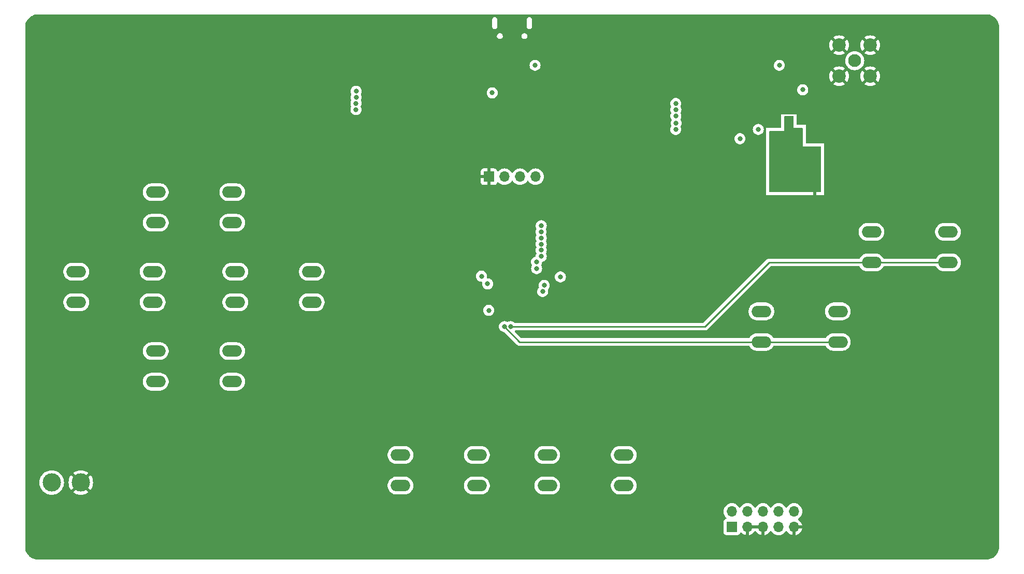
<source format=gbr>
%TF.GenerationSoftware,KiCad,Pcbnew,8.0.2*%
%TF.CreationDate,2024-06-07T13:42:10-07:00*%
%TF.ProjectId,STM_RF_PCB,53544d5f-5246-45f5-9043-422e6b696361,rev?*%
%TF.SameCoordinates,Original*%
%TF.FileFunction,Copper,L2,Inr*%
%TF.FilePolarity,Positive*%
%FSLAX46Y46*%
G04 Gerber Fmt 4.6, Leading zero omitted, Abs format (unit mm)*
G04 Created by KiCad (PCBNEW 8.0.2) date 2024-06-07 13:42:10*
%MOMM*%
%LPD*%
G01*
G04 APERTURE LIST*
%TA.AperFunction,ComponentPad*%
%ADD10C,3.000000*%
%TD*%
%TA.AperFunction,ComponentPad*%
%ADD11O,3.200000X1.900000*%
%TD*%
%TA.AperFunction,ComponentPad*%
%ADD12R,1.700000X1.700000*%
%TD*%
%TA.AperFunction,ComponentPad*%
%ADD13O,1.700000X1.700000*%
%TD*%
%TA.AperFunction,ComponentPad*%
%ADD14C,2.100000*%
%TD*%
%TA.AperFunction,ComponentPad*%
%ADD15C,2.200000*%
%TD*%
%TA.AperFunction,ViaPad*%
%ADD16C,0.800000*%
%TD*%
%TA.AperFunction,Conductor*%
%ADD17C,0.500000*%
%TD*%
%TA.AperFunction,Conductor*%
%ADD18C,0.250000*%
%TD*%
G04 APERTURE END LIST*
D10*
%TO.N,GND*%
%TO.C,GND*%
X78000000Y-137000000D03*
%TD*%
%TO.N,+3V3*%
%TO.C,3v3*%
X73250000Y-137000000D03*
%TD*%
D11*
%TO.N,+3V3*%
%TO.C,SW5*%
X189250000Y-109000000D03*
X201750000Y-109000000D03*
%TO.N,Button_A*%
X189250000Y-114000000D03*
X201750000Y-114000000D03*
%TD*%
D12*
%TO.N,+3V3*%
%TO.C,J3*%
X184425000Y-144275000D03*
D13*
%TO.N,SWDIO*%
X184425000Y-141735000D03*
%TO.N,GND*%
X186965000Y-144275000D03*
%TO.N,SWCLK*%
X186965000Y-141735000D03*
%TO.N,GND*%
X189505000Y-144275000D03*
%TO.N,unconnected-(J3-Pin_6-Pad6)*%
X189505000Y-141735000D03*
%TO.N,unconnected-(J3-Pin_7-Pad7)*%
X192045000Y-144275000D03*
%TO.N,unconnected-(J3-Pin_8-Pad8)*%
X192045000Y-141735000D03*
%TO.N,GND*%
X194585000Y-144275000D03*
%TO.N,NRST*%
X194585000Y-141735000D03*
%TD*%
D11*
%TO.N,+3V3*%
%TO.C,SW3*%
X90250000Y-115500000D03*
X102750000Y-115500000D03*
%TO.N,Button_DN*%
X90250000Y-120500000D03*
X102750000Y-120500000D03*
%TD*%
%TO.N,+3V3*%
%TO.C,SW8*%
X154250000Y-132500000D03*
X166750000Y-132500000D03*
%TO.N,Button_START*%
X154250000Y-137500000D03*
X166750000Y-137500000D03*
%TD*%
%TO.N,+3V3*%
%TO.C,SW1*%
X90250000Y-89500000D03*
X102750000Y-89500000D03*
%TO.N,Button_UP*%
X90250000Y-94500000D03*
X102750000Y-94500000D03*
%TD*%
%TO.N,+3V3*%
%TO.C,SW6*%
X207250000Y-96000000D03*
X219750000Y-96000000D03*
%TO.N,Button_B*%
X207250000Y-101000000D03*
X219750000Y-101000000D03*
%TD*%
%TO.N,+3V3*%
%TO.C,SW4*%
X103250000Y-102500000D03*
X115750000Y-102500000D03*
%TO.N,Button_RT*%
X103250000Y-107500000D03*
X115750000Y-107500000D03*
%TD*%
%TO.N,+3V3*%
%TO.C,SW2*%
X77250000Y-102500000D03*
X89750000Y-102500000D03*
%TO.N,Button_LF*%
X77250000Y-107500000D03*
X89750000Y-107500000D03*
%TD*%
D14*
%TO.N,Net-(J1-In)*%
%TO.C,J1*%
X204500000Y-68000000D03*
D15*
%TO.N,GND*%
X201960000Y-65460000D03*
X201960000Y-70540000D03*
X207040000Y-65460000D03*
X207040000Y-70540000D03*
%TD*%
D12*
%TO.N,GND*%
%TO.C,J4*%
X144700000Y-86975000D03*
D13*
%TO.N,+3V3*%
X147240000Y-86975000D03*
%TO.N,I2C1_SCL*%
X149780000Y-86975000D03*
%TO.N,I2C1_SDA*%
X152320000Y-86975000D03*
%TD*%
D11*
%TO.N,+3V3*%
%TO.C,SW7*%
X130250000Y-132500000D03*
X142750000Y-132500000D03*
%TO.N,Button_SELECT*%
X130250000Y-137500000D03*
X142750000Y-137500000D03*
%TD*%
D16*
%TO.N,GND*%
X198250000Y-73500000D03*
X204750000Y-78000000D03*
X127000000Y-70000000D03*
%TO.N,+3V3*%
X123000000Y-73000000D03*
X122975000Y-76000000D03*
X123000000Y-74000000D03*
%TO.N,GND*%
X138500000Y-92500000D03*
X159000000Y-119500000D03*
X141500000Y-119500000D03*
X202000000Y-85000000D03*
X184000000Y-70000000D03*
X147500000Y-106000000D03*
X147500000Y-104000000D03*
X149500000Y-104000000D03*
X154250000Y-66500000D03*
X148500000Y-105000000D03*
X143000000Y-66500000D03*
X149500000Y-106000000D03*
%TO.N,+3V3*%
X122975000Y-74975000D03*
X188737347Y-79237347D03*
X192187500Y-68750000D03*
X196000000Y-72750000D03*
X156387653Y-103362347D03*
X143500000Y-103250000D03*
%TO.N,NRST*%
X144500000Y-104500000D03*
%TO.N,+5V*%
X152250000Y-68750000D03*
X145250000Y-73250000D03*
%TO.N,SWDIO*%
X152500000Y-102000000D03*
%TO.N,SWCLK*%
X152487730Y-100912577D03*
%TO.N,I2C1_SCL*%
X153500000Y-105750000D03*
%TO.N,I2C1_SDA*%
X153750000Y-104750000D03*
%TO.N,Button_DN*%
X144675000Y-108825000D03*
%TO.N,Button_A*%
X147250000Y-111500000D03*
%TO.N,Button_B*%
X148250000Y-111500000D03*
%TO.N,SPI_MISO*%
X175250000Y-79250000D03*
X153250000Y-97999997D03*
%TO.N,NRF_CE*%
X153254505Y-94987491D03*
X175250000Y-75000000D03*
%TO.N,SPI_CS*%
X175262653Y-76012653D03*
X153237347Y-95987347D03*
%TO.N,SPI_SCK*%
X153250000Y-99000000D03*
X175256286Y-77019020D03*
%TO.N,SPI_MOSI*%
X153250000Y-97000000D03*
X175317270Y-78208036D03*
%TO.N,NRF_IRQ*%
X185750000Y-80750000D03*
X153250000Y-100000000D03*
%TD*%
D17*
%TO.N,GND*%
X198000000Y-88500000D02*
X198000000Y-90500000D01*
D18*
%TO.N,Button_A*%
X189250000Y-114000000D02*
X201750000Y-114000000D01*
X147250000Y-111525305D02*
X149724695Y-114000000D01*
X149724695Y-114000000D02*
X189250000Y-114000000D01*
%TO.N,Button_B*%
X180000000Y-111500000D02*
X190500000Y-101000000D01*
X219750000Y-101000000D02*
X207250000Y-101000000D01*
X148250000Y-111500000D02*
X180000000Y-111500000D01*
X190500000Y-101000000D02*
X207250000Y-101000000D01*
%TD*%
%TA.AperFunction,Conductor*%
%TO.N,GND*%
G36*
X189039075Y-144082007D02*
G01*
X189005000Y-144209174D01*
X189005000Y-144340826D01*
X189039075Y-144467993D01*
X189071988Y-144525000D01*
X187398012Y-144525000D01*
X187430925Y-144467993D01*
X187465000Y-144340826D01*
X187465000Y-144209174D01*
X187430925Y-144082007D01*
X187398012Y-144025000D01*
X189071988Y-144025000D01*
X189039075Y-144082007D01*
G37*
%TD.AperFunction*%
%TA.AperFunction,Conductor*%
G36*
X194443039Y-77019685D02*
G01*
X194488794Y-77072489D01*
X194500000Y-77124000D01*
X194500000Y-79000000D01*
X195876000Y-79000000D01*
X195943039Y-79019685D01*
X195988794Y-79072489D01*
X196000000Y-79124000D01*
X196000000Y-82000000D01*
X198876000Y-82000000D01*
X198943039Y-82019685D01*
X198988794Y-82072489D01*
X199000000Y-82124000D01*
X199000000Y-89376000D01*
X198980315Y-89443039D01*
X198927511Y-89488794D01*
X198876000Y-89500000D01*
X190624000Y-89500000D01*
X190556961Y-89480315D01*
X190511206Y-89427511D01*
X190500000Y-89376000D01*
X190500000Y-79624000D01*
X190519685Y-79556961D01*
X190572489Y-79511206D01*
X190624000Y-79500000D01*
X193000000Y-79500000D01*
X193000000Y-77124000D01*
X193019685Y-77056961D01*
X193072489Y-77011206D01*
X193124000Y-77000000D01*
X194376000Y-77000000D01*
X194443039Y-77019685D01*
G37*
%TD.AperFunction*%
%TA.AperFunction,Conductor*%
G36*
X226004028Y-60400764D02*
G01*
X226265949Y-60417931D01*
X226282005Y-60420046D01*
X226535426Y-60470454D01*
X226551077Y-60474648D01*
X226795752Y-60557704D01*
X226810729Y-60563907D01*
X226956327Y-60635708D01*
X227042460Y-60678185D01*
X227056506Y-60686295D01*
X227271336Y-60829839D01*
X227284202Y-60839710D01*
X227322728Y-60873497D01*
X227478460Y-61010070D01*
X227489929Y-61021539D01*
X227596307Y-61142840D01*
X227658698Y-61213984D01*
X227660286Y-61215794D01*
X227670160Y-61228663D01*
X227813704Y-61443493D01*
X227821814Y-61457539D01*
X227936091Y-61689269D01*
X227942298Y-61704254D01*
X228025348Y-61948911D01*
X228029546Y-61964579D01*
X228079952Y-62217989D01*
X228082069Y-62234070D01*
X228099234Y-62495941D01*
X228099500Y-62504051D01*
X228099500Y-147495948D01*
X228099234Y-147504058D01*
X228082069Y-147765929D01*
X228079952Y-147782010D01*
X228029546Y-148035420D01*
X228025348Y-148051088D01*
X227942298Y-148295745D01*
X227936091Y-148310730D01*
X227821814Y-148542460D01*
X227813704Y-148556506D01*
X227670160Y-148771336D01*
X227660286Y-148784205D01*
X227489929Y-148978460D01*
X227478460Y-148989929D01*
X227284205Y-149160286D01*
X227271336Y-149170160D01*
X227056506Y-149313704D01*
X227042460Y-149321814D01*
X226810730Y-149436091D01*
X226795745Y-149442298D01*
X226551088Y-149525348D01*
X226535420Y-149529546D01*
X226282010Y-149579952D01*
X226265929Y-149582069D01*
X226004058Y-149599234D01*
X225995948Y-149599500D01*
X71004052Y-149599500D01*
X70995942Y-149599234D01*
X70734070Y-149582069D01*
X70717989Y-149579952D01*
X70464579Y-149529546D01*
X70448911Y-149525348D01*
X70204254Y-149442298D01*
X70189269Y-149436091D01*
X69957539Y-149321814D01*
X69943493Y-149313704D01*
X69728663Y-149170160D01*
X69715794Y-149160286D01*
X69521539Y-148989929D01*
X69510070Y-148978460D01*
X69339713Y-148784205D01*
X69329839Y-148771336D01*
X69186295Y-148556506D01*
X69178185Y-148542460D01*
X69063908Y-148310730D01*
X69057704Y-148295752D01*
X68974648Y-148051077D01*
X68970453Y-148035420D01*
X68920047Y-147782010D01*
X68917931Y-147765949D01*
X68900764Y-147504028D01*
X68900500Y-147495948D01*
X68900500Y-141734999D01*
X183069341Y-141734999D01*
X183069341Y-141735000D01*
X183089936Y-141970403D01*
X183089938Y-141970413D01*
X183151094Y-142198655D01*
X183151096Y-142198659D01*
X183151097Y-142198663D01*
X183155000Y-142207032D01*
X183250965Y-142412830D01*
X183250967Y-142412834D01*
X183359281Y-142567521D01*
X183386501Y-142606396D01*
X183386506Y-142606402D01*
X183508430Y-142728326D01*
X183541915Y-142789649D01*
X183536931Y-142859341D01*
X183495059Y-142915274D01*
X183464083Y-142932189D01*
X183332669Y-142981203D01*
X183332664Y-142981206D01*
X183217455Y-143067452D01*
X183217452Y-143067455D01*
X183131206Y-143182664D01*
X183131202Y-143182671D01*
X183080908Y-143317517D01*
X183074501Y-143377116D01*
X183074500Y-143377135D01*
X183074500Y-145172870D01*
X183074501Y-145172876D01*
X183080908Y-145232483D01*
X183131202Y-145367328D01*
X183131206Y-145367335D01*
X183217452Y-145482544D01*
X183217455Y-145482547D01*
X183332664Y-145568793D01*
X183332671Y-145568797D01*
X183467517Y-145619091D01*
X183467516Y-145619091D01*
X183474444Y-145619835D01*
X183527127Y-145625500D01*
X185322872Y-145625499D01*
X185382483Y-145619091D01*
X185517331Y-145568796D01*
X185632546Y-145482546D01*
X185718796Y-145367331D01*
X185768002Y-145235401D01*
X185809872Y-145179468D01*
X185875337Y-145155050D01*
X185943610Y-145169901D01*
X185971865Y-145191053D01*
X186093917Y-145313105D01*
X186287421Y-145448600D01*
X186501507Y-145548429D01*
X186501516Y-145548433D01*
X186715000Y-145605634D01*
X186715000Y-144708012D01*
X186772007Y-144740925D01*
X186899174Y-144775000D01*
X187030826Y-144775000D01*
X187157993Y-144740925D01*
X187215000Y-144708012D01*
X187215000Y-145605633D01*
X187428483Y-145548433D01*
X187428492Y-145548429D01*
X187642578Y-145448600D01*
X187836082Y-145313105D01*
X188003105Y-145146082D01*
X188133425Y-144959968D01*
X188188002Y-144916344D01*
X188257501Y-144909151D01*
X188319855Y-144940673D01*
X188336575Y-144959968D01*
X188466894Y-145146082D01*
X188633917Y-145313105D01*
X188827421Y-145448600D01*
X189041507Y-145548429D01*
X189041516Y-145548433D01*
X189255000Y-145605634D01*
X189255000Y-144708012D01*
X189312007Y-144740925D01*
X189439174Y-144775000D01*
X189570826Y-144775000D01*
X189697993Y-144740925D01*
X189755000Y-144708012D01*
X189755000Y-145605633D01*
X189968483Y-145548433D01*
X189968492Y-145548429D01*
X190182578Y-145448600D01*
X190376082Y-145313105D01*
X190543105Y-145146082D01*
X190673119Y-144960405D01*
X190727696Y-144916781D01*
X190797195Y-144909588D01*
X190859549Y-144941110D01*
X190876269Y-144960405D01*
X191006505Y-145146401D01*
X191173599Y-145313495D01*
X191270384Y-145381265D01*
X191367165Y-145449032D01*
X191367167Y-145449033D01*
X191367170Y-145449035D01*
X191581337Y-145548903D01*
X191809592Y-145610063D01*
X191986034Y-145625500D01*
X192044999Y-145630659D01*
X192045000Y-145630659D01*
X192045001Y-145630659D01*
X192103966Y-145625500D01*
X192280408Y-145610063D01*
X192508663Y-145548903D01*
X192722830Y-145449035D01*
X192916401Y-145313495D01*
X193083495Y-145146401D01*
X193213730Y-144960405D01*
X193268307Y-144916781D01*
X193337805Y-144909587D01*
X193400160Y-144941110D01*
X193416879Y-144960405D01*
X193546890Y-145146078D01*
X193713917Y-145313105D01*
X193907421Y-145448600D01*
X194121507Y-145548429D01*
X194121516Y-145548433D01*
X194335000Y-145605634D01*
X194335000Y-144708012D01*
X194392007Y-144740925D01*
X194519174Y-144775000D01*
X194650826Y-144775000D01*
X194777993Y-144740925D01*
X194835000Y-144708012D01*
X194835000Y-145605633D01*
X195048483Y-145548433D01*
X195048492Y-145548429D01*
X195262578Y-145448600D01*
X195456082Y-145313105D01*
X195623105Y-145146082D01*
X195758600Y-144952578D01*
X195858429Y-144738492D01*
X195858432Y-144738486D01*
X195915636Y-144525000D01*
X195018012Y-144525000D01*
X195050925Y-144467993D01*
X195085000Y-144340826D01*
X195085000Y-144209174D01*
X195050925Y-144082007D01*
X195018012Y-144025000D01*
X195915636Y-144025000D01*
X195915635Y-144024999D01*
X195858432Y-143811513D01*
X195858429Y-143811507D01*
X195758600Y-143597422D01*
X195758599Y-143597420D01*
X195623113Y-143403926D01*
X195623108Y-143403920D01*
X195456078Y-143236890D01*
X195270405Y-143106879D01*
X195226780Y-143052302D01*
X195219588Y-142982804D01*
X195251110Y-142920449D01*
X195270406Y-142903730D01*
X195270842Y-142903425D01*
X195456401Y-142773495D01*
X195623495Y-142606401D01*
X195759035Y-142412830D01*
X195858903Y-142198663D01*
X195920063Y-141970408D01*
X195940659Y-141735000D01*
X195920063Y-141499592D01*
X195858903Y-141271337D01*
X195759035Y-141057171D01*
X195753425Y-141049158D01*
X195623494Y-140863597D01*
X195456402Y-140696506D01*
X195456395Y-140696501D01*
X195262834Y-140560967D01*
X195262830Y-140560965D01*
X195262828Y-140560964D01*
X195048663Y-140461097D01*
X195048659Y-140461096D01*
X195048655Y-140461094D01*
X194820413Y-140399938D01*
X194820403Y-140399936D01*
X194585001Y-140379341D01*
X194584999Y-140379341D01*
X194349596Y-140399936D01*
X194349586Y-140399938D01*
X194121344Y-140461094D01*
X194121335Y-140461098D01*
X193907171Y-140560964D01*
X193907169Y-140560965D01*
X193713597Y-140696505D01*
X193546505Y-140863597D01*
X193416575Y-141049158D01*
X193361998Y-141092783D01*
X193292500Y-141099977D01*
X193230145Y-141068454D01*
X193213425Y-141049158D01*
X193083494Y-140863597D01*
X192916402Y-140696506D01*
X192916395Y-140696501D01*
X192722834Y-140560967D01*
X192722830Y-140560965D01*
X192722828Y-140560964D01*
X192508663Y-140461097D01*
X192508659Y-140461096D01*
X192508655Y-140461094D01*
X192280413Y-140399938D01*
X192280403Y-140399936D01*
X192045001Y-140379341D01*
X192044999Y-140379341D01*
X191809596Y-140399936D01*
X191809586Y-140399938D01*
X191581344Y-140461094D01*
X191581335Y-140461098D01*
X191367171Y-140560964D01*
X191367169Y-140560965D01*
X191173597Y-140696505D01*
X191006505Y-140863597D01*
X190876575Y-141049158D01*
X190821998Y-141092783D01*
X190752500Y-141099977D01*
X190690145Y-141068454D01*
X190673425Y-141049158D01*
X190543494Y-140863597D01*
X190376402Y-140696506D01*
X190376395Y-140696501D01*
X190182834Y-140560967D01*
X190182830Y-140560965D01*
X190182828Y-140560964D01*
X189968663Y-140461097D01*
X189968659Y-140461096D01*
X189968655Y-140461094D01*
X189740413Y-140399938D01*
X189740403Y-140399936D01*
X189505001Y-140379341D01*
X189504999Y-140379341D01*
X189269596Y-140399936D01*
X189269586Y-140399938D01*
X189041344Y-140461094D01*
X189041335Y-140461098D01*
X188827171Y-140560964D01*
X188827169Y-140560965D01*
X188633597Y-140696505D01*
X188466505Y-140863597D01*
X188336575Y-141049158D01*
X188281998Y-141092783D01*
X188212500Y-141099977D01*
X188150145Y-141068454D01*
X188133425Y-141049158D01*
X188003494Y-140863597D01*
X187836402Y-140696506D01*
X187836395Y-140696501D01*
X187642834Y-140560967D01*
X187642830Y-140560965D01*
X187642828Y-140560964D01*
X187428663Y-140461097D01*
X187428659Y-140461096D01*
X187428655Y-140461094D01*
X187200413Y-140399938D01*
X187200403Y-140399936D01*
X186965001Y-140379341D01*
X186964999Y-140379341D01*
X186729596Y-140399936D01*
X186729586Y-140399938D01*
X186501344Y-140461094D01*
X186501335Y-140461098D01*
X186287171Y-140560964D01*
X186287169Y-140560965D01*
X186093597Y-140696505D01*
X185926505Y-140863597D01*
X185796575Y-141049158D01*
X185741998Y-141092783D01*
X185672500Y-141099977D01*
X185610145Y-141068454D01*
X185593425Y-141049158D01*
X185463494Y-140863597D01*
X185296402Y-140696506D01*
X185296395Y-140696501D01*
X185102834Y-140560967D01*
X185102830Y-140560965D01*
X185102828Y-140560964D01*
X184888663Y-140461097D01*
X184888659Y-140461096D01*
X184888655Y-140461094D01*
X184660413Y-140399938D01*
X184660403Y-140399936D01*
X184425001Y-140379341D01*
X184424999Y-140379341D01*
X184189596Y-140399936D01*
X184189586Y-140399938D01*
X183961344Y-140461094D01*
X183961335Y-140461098D01*
X183747171Y-140560964D01*
X183747169Y-140560965D01*
X183553597Y-140696505D01*
X183386505Y-140863597D01*
X183250965Y-141057169D01*
X183250964Y-141057171D01*
X183151098Y-141271335D01*
X183151094Y-141271344D01*
X183089938Y-141499586D01*
X183089936Y-141499596D01*
X183069341Y-141734999D01*
X68900500Y-141734999D01*
X68900500Y-136999998D01*
X71244390Y-136999998D01*
X71244390Y-137000001D01*
X71264804Y-137285433D01*
X71325628Y-137565037D01*
X71325630Y-137565043D01*
X71325631Y-137565046D01*
X71404593Y-137776751D01*
X71425635Y-137833166D01*
X71562770Y-138084309D01*
X71562775Y-138084317D01*
X71734254Y-138313387D01*
X71734270Y-138313405D01*
X71936594Y-138515729D01*
X71936612Y-138515745D01*
X72165682Y-138687224D01*
X72165690Y-138687229D01*
X72416833Y-138824364D01*
X72416832Y-138824364D01*
X72416836Y-138824365D01*
X72416839Y-138824367D01*
X72684954Y-138924369D01*
X72684960Y-138924370D01*
X72684962Y-138924371D01*
X72964566Y-138985195D01*
X72964568Y-138985195D01*
X72964572Y-138985196D01*
X73218220Y-139003337D01*
X73249999Y-139005610D01*
X73250000Y-139005610D01*
X73250001Y-139005610D01*
X73278595Y-139003564D01*
X73535428Y-138985196D01*
X73694924Y-138950500D01*
X73815037Y-138924371D01*
X73815037Y-138924370D01*
X73815046Y-138924369D01*
X74083161Y-138824367D01*
X74334315Y-138687226D01*
X74563395Y-138515739D01*
X74765739Y-138313395D01*
X74937226Y-138084315D01*
X75074367Y-137833161D01*
X75174369Y-137565046D01*
X75235196Y-137285428D01*
X75255610Y-137000000D01*
X75255610Y-136999998D01*
X75994891Y-136999998D01*
X75994891Y-137000001D01*
X76015300Y-137285362D01*
X76076109Y-137564895D01*
X76176091Y-137832958D01*
X76313191Y-138084038D01*
X76313196Y-138084046D01*
X76419882Y-138226561D01*
X76419883Y-138226562D01*
X77137425Y-137509019D01*
X77223249Y-137637463D01*
X77362537Y-137776751D01*
X77490978Y-137862573D01*
X76773436Y-138580115D01*
X76915960Y-138686807D01*
X76915961Y-138686808D01*
X77167042Y-138823908D01*
X77167041Y-138823908D01*
X77435104Y-138923890D01*
X77714637Y-138984699D01*
X77999999Y-139005109D01*
X78000001Y-139005109D01*
X78285362Y-138984699D01*
X78564895Y-138923890D01*
X78832958Y-138823908D01*
X79084047Y-138686803D01*
X79226561Y-138580116D01*
X79226562Y-138580115D01*
X78509021Y-137862573D01*
X78637463Y-137776751D01*
X78776751Y-137637463D01*
X78862573Y-137509020D01*
X79580115Y-138226562D01*
X79580116Y-138226561D01*
X79686803Y-138084047D01*
X79823908Y-137832958D01*
X79923890Y-137564895D01*
X79962842Y-137385837D01*
X128149500Y-137385837D01*
X128149500Y-137614162D01*
X128185215Y-137839660D01*
X128255770Y-138056803D01*
X128342267Y-138226561D01*
X128359421Y-138260228D01*
X128493621Y-138444937D01*
X128655063Y-138606379D01*
X128839772Y-138740579D01*
X128935884Y-138789550D01*
X129043196Y-138844229D01*
X129043198Y-138844229D01*
X129043201Y-138844231D01*
X129159592Y-138882049D01*
X129260339Y-138914784D01*
X129485838Y-138950500D01*
X129485843Y-138950500D01*
X131014162Y-138950500D01*
X131239660Y-138914784D01*
X131456799Y-138844231D01*
X131660228Y-138740579D01*
X131844937Y-138606379D01*
X132006379Y-138444937D01*
X132140579Y-138260228D01*
X132244231Y-138056799D01*
X132314784Y-137839660D01*
X132315813Y-137833161D01*
X132350500Y-137614162D01*
X132350500Y-137385837D01*
X140649500Y-137385837D01*
X140649500Y-137614162D01*
X140685215Y-137839660D01*
X140755770Y-138056803D01*
X140842267Y-138226561D01*
X140859421Y-138260228D01*
X140993621Y-138444937D01*
X141155063Y-138606379D01*
X141339772Y-138740579D01*
X141435884Y-138789550D01*
X141543196Y-138844229D01*
X141543198Y-138844229D01*
X141543201Y-138844231D01*
X141659592Y-138882049D01*
X141760339Y-138914784D01*
X141985838Y-138950500D01*
X141985843Y-138950500D01*
X143514162Y-138950500D01*
X143739660Y-138914784D01*
X143956799Y-138844231D01*
X144160228Y-138740579D01*
X144344937Y-138606379D01*
X144506379Y-138444937D01*
X144640579Y-138260228D01*
X144744231Y-138056799D01*
X144814784Y-137839660D01*
X144815813Y-137833161D01*
X144850500Y-137614162D01*
X144850500Y-137385837D01*
X152149500Y-137385837D01*
X152149500Y-137614162D01*
X152185215Y-137839660D01*
X152255770Y-138056803D01*
X152342267Y-138226561D01*
X152359421Y-138260228D01*
X152493621Y-138444937D01*
X152655063Y-138606379D01*
X152839772Y-138740579D01*
X152935884Y-138789550D01*
X153043196Y-138844229D01*
X153043198Y-138844229D01*
X153043201Y-138844231D01*
X153159592Y-138882049D01*
X153260339Y-138914784D01*
X153485838Y-138950500D01*
X153485843Y-138950500D01*
X155014162Y-138950500D01*
X155239660Y-138914784D01*
X155456799Y-138844231D01*
X155660228Y-138740579D01*
X155844937Y-138606379D01*
X156006379Y-138444937D01*
X156140579Y-138260228D01*
X156244231Y-138056799D01*
X156314784Y-137839660D01*
X156315813Y-137833161D01*
X156350500Y-137614162D01*
X156350500Y-137385837D01*
X164649500Y-137385837D01*
X164649500Y-137614162D01*
X164685215Y-137839660D01*
X164755770Y-138056803D01*
X164842267Y-138226561D01*
X164859421Y-138260228D01*
X164993621Y-138444937D01*
X165155063Y-138606379D01*
X165339772Y-138740579D01*
X165435884Y-138789550D01*
X165543196Y-138844229D01*
X165543198Y-138844229D01*
X165543201Y-138844231D01*
X165659592Y-138882049D01*
X165760339Y-138914784D01*
X165985838Y-138950500D01*
X165985843Y-138950500D01*
X167514162Y-138950500D01*
X167739660Y-138914784D01*
X167956799Y-138844231D01*
X168160228Y-138740579D01*
X168344937Y-138606379D01*
X168506379Y-138444937D01*
X168640579Y-138260228D01*
X168744231Y-138056799D01*
X168814784Y-137839660D01*
X168815813Y-137833161D01*
X168850500Y-137614162D01*
X168850500Y-137385837D01*
X168814784Y-137160339D01*
X168782049Y-137059592D01*
X168744231Y-136943201D01*
X168744229Y-136943198D01*
X168744229Y-136943196D01*
X168640578Y-136739771D01*
X168622270Y-136714572D01*
X168506379Y-136555063D01*
X168344937Y-136393621D01*
X168160228Y-136259421D01*
X167956803Y-136155770D01*
X167739660Y-136085215D01*
X167514162Y-136049500D01*
X167514157Y-136049500D01*
X165985843Y-136049500D01*
X165985838Y-136049500D01*
X165760339Y-136085215D01*
X165543196Y-136155770D01*
X165339771Y-136259421D01*
X165155061Y-136393622D01*
X164993622Y-136555061D01*
X164859421Y-136739771D01*
X164755770Y-136943196D01*
X164685215Y-137160339D01*
X164649500Y-137385837D01*
X156350500Y-137385837D01*
X156314784Y-137160339D01*
X156282049Y-137059592D01*
X156244231Y-136943201D01*
X156244229Y-136943198D01*
X156244229Y-136943196D01*
X156140578Y-136739771D01*
X156122270Y-136714572D01*
X156006379Y-136555063D01*
X155844937Y-136393621D01*
X155660228Y-136259421D01*
X155456803Y-136155770D01*
X155239660Y-136085215D01*
X155014162Y-136049500D01*
X155014157Y-136049500D01*
X153485843Y-136049500D01*
X153485838Y-136049500D01*
X153260339Y-136085215D01*
X153043196Y-136155770D01*
X152839771Y-136259421D01*
X152655061Y-136393622D01*
X152493622Y-136555061D01*
X152359421Y-136739771D01*
X152255770Y-136943196D01*
X152185215Y-137160339D01*
X152149500Y-137385837D01*
X144850500Y-137385837D01*
X144814784Y-137160339D01*
X144782049Y-137059592D01*
X144744231Y-136943201D01*
X144744229Y-136943198D01*
X144744229Y-136943196D01*
X144640578Y-136739771D01*
X144622270Y-136714572D01*
X144506379Y-136555063D01*
X144344937Y-136393621D01*
X144160228Y-136259421D01*
X143956803Y-136155770D01*
X143739660Y-136085215D01*
X143514162Y-136049500D01*
X143514157Y-136049500D01*
X141985843Y-136049500D01*
X141985838Y-136049500D01*
X141760339Y-136085215D01*
X141543196Y-136155770D01*
X141339771Y-136259421D01*
X141155061Y-136393622D01*
X140993622Y-136555061D01*
X140859421Y-136739771D01*
X140755770Y-136943196D01*
X140685215Y-137160339D01*
X140649500Y-137385837D01*
X132350500Y-137385837D01*
X132314784Y-137160339D01*
X132282049Y-137059592D01*
X132244231Y-136943201D01*
X132244229Y-136943198D01*
X132244229Y-136943196D01*
X132140578Y-136739771D01*
X132122270Y-136714572D01*
X132006379Y-136555063D01*
X131844937Y-136393621D01*
X131660228Y-136259421D01*
X131456803Y-136155770D01*
X131239660Y-136085215D01*
X131014162Y-136049500D01*
X131014157Y-136049500D01*
X129485843Y-136049500D01*
X129485838Y-136049500D01*
X129260339Y-136085215D01*
X129043196Y-136155770D01*
X128839771Y-136259421D01*
X128655061Y-136393622D01*
X128493622Y-136555061D01*
X128359421Y-136739771D01*
X128255770Y-136943196D01*
X128185215Y-137160339D01*
X128149500Y-137385837D01*
X79962842Y-137385837D01*
X79984699Y-137285362D01*
X80005109Y-137000001D01*
X80005109Y-136999998D01*
X79984699Y-136714637D01*
X79923890Y-136435104D01*
X79823908Y-136167041D01*
X79686808Y-135915961D01*
X79686807Y-135915960D01*
X79580115Y-135773436D01*
X78862573Y-136490978D01*
X78776751Y-136362537D01*
X78637463Y-136223249D01*
X78509020Y-136137425D01*
X79226562Y-135419883D01*
X79226561Y-135419882D01*
X79084046Y-135313196D01*
X79084038Y-135313191D01*
X78832957Y-135176091D01*
X78832958Y-135176091D01*
X78564895Y-135076109D01*
X78285362Y-135015300D01*
X78000001Y-134994891D01*
X77999999Y-134994891D01*
X77714637Y-135015300D01*
X77435104Y-135076109D01*
X77167041Y-135176091D01*
X76915961Y-135313191D01*
X76915953Y-135313196D01*
X76773437Y-135419882D01*
X76773436Y-135419883D01*
X77490979Y-136137426D01*
X77362537Y-136223249D01*
X77223249Y-136362537D01*
X77137426Y-136490979D01*
X76419883Y-135773436D01*
X76419882Y-135773437D01*
X76313196Y-135915953D01*
X76313191Y-135915961D01*
X76176091Y-136167041D01*
X76076109Y-136435104D01*
X76015300Y-136714637D01*
X75994891Y-136999998D01*
X75255610Y-136999998D01*
X75235196Y-136714572D01*
X75174369Y-136434954D01*
X75074367Y-136166839D01*
X75068322Y-136155769D01*
X74937229Y-135915690D01*
X74937224Y-135915682D01*
X74765745Y-135686612D01*
X74765729Y-135686594D01*
X74563405Y-135484270D01*
X74563387Y-135484254D01*
X74334317Y-135312775D01*
X74334309Y-135312770D01*
X74083166Y-135175635D01*
X74083167Y-135175635D01*
X73975915Y-135135632D01*
X73815046Y-135075631D01*
X73815043Y-135075630D01*
X73815037Y-135075628D01*
X73535433Y-135014804D01*
X73250001Y-134994390D01*
X73249999Y-134994390D01*
X72964566Y-135014804D01*
X72684962Y-135075628D01*
X72416833Y-135175635D01*
X72165690Y-135312770D01*
X72165682Y-135312775D01*
X71936612Y-135484254D01*
X71936594Y-135484270D01*
X71734270Y-135686594D01*
X71734254Y-135686612D01*
X71562775Y-135915682D01*
X71562770Y-135915690D01*
X71425635Y-136166833D01*
X71325628Y-136434962D01*
X71264804Y-136714566D01*
X71244390Y-136999998D01*
X68900500Y-136999998D01*
X68900500Y-132385837D01*
X128149500Y-132385837D01*
X128149500Y-132614162D01*
X128185215Y-132839660D01*
X128255770Y-133056803D01*
X128359421Y-133260228D01*
X128493621Y-133444937D01*
X128655063Y-133606379D01*
X128839772Y-133740579D01*
X128935884Y-133789550D01*
X129043196Y-133844229D01*
X129043198Y-133844229D01*
X129043201Y-133844231D01*
X129159592Y-133882049D01*
X129260339Y-133914784D01*
X129485838Y-133950500D01*
X129485843Y-133950500D01*
X131014162Y-133950500D01*
X131239660Y-133914784D01*
X131456799Y-133844231D01*
X131660228Y-133740579D01*
X131844937Y-133606379D01*
X132006379Y-133444937D01*
X132140579Y-133260228D01*
X132244231Y-133056799D01*
X132314784Y-132839660D01*
X132350500Y-132614162D01*
X132350500Y-132385837D01*
X140649500Y-132385837D01*
X140649500Y-132614162D01*
X140685215Y-132839660D01*
X140755770Y-133056803D01*
X140859421Y-133260228D01*
X140993621Y-133444937D01*
X141155063Y-133606379D01*
X141339772Y-133740579D01*
X141435884Y-133789550D01*
X141543196Y-133844229D01*
X141543198Y-133844229D01*
X141543201Y-133844231D01*
X141659592Y-133882049D01*
X141760339Y-133914784D01*
X141985838Y-133950500D01*
X141985843Y-133950500D01*
X143514162Y-133950500D01*
X143739660Y-133914784D01*
X143956799Y-133844231D01*
X144160228Y-133740579D01*
X144344937Y-133606379D01*
X144506379Y-133444937D01*
X144640579Y-133260228D01*
X144744231Y-133056799D01*
X144814784Y-132839660D01*
X144850500Y-132614162D01*
X144850500Y-132385837D01*
X152149500Y-132385837D01*
X152149500Y-132614162D01*
X152185215Y-132839660D01*
X152255770Y-133056803D01*
X152359421Y-133260228D01*
X152493621Y-133444937D01*
X152655063Y-133606379D01*
X152839772Y-133740579D01*
X152935884Y-133789550D01*
X153043196Y-133844229D01*
X153043198Y-133844229D01*
X153043201Y-133844231D01*
X153159592Y-133882049D01*
X153260339Y-133914784D01*
X153485838Y-133950500D01*
X153485843Y-133950500D01*
X155014162Y-133950500D01*
X155239660Y-133914784D01*
X155456799Y-133844231D01*
X155660228Y-133740579D01*
X155844937Y-133606379D01*
X156006379Y-133444937D01*
X156140579Y-133260228D01*
X156244231Y-133056799D01*
X156314784Y-132839660D01*
X156350500Y-132614162D01*
X156350500Y-132385837D01*
X164649500Y-132385837D01*
X164649500Y-132614162D01*
X164685215Y-132839660D01*
X164755770Y-133056803D01*
X164859421Y-133260228D01*
X164993621Y-133444937D01*
X165155063Y-133606379D01*
X165339772Y-133740579D01*
X165435884Y-133789550D01*
X165543196Y-133844229D01*
X165543198Y-133844229D01*
X165543201Y-133844231D01*
X165659592Y-133882049D01*
X165760339Y-133914784D01*
X165985838Y-133950500D01*
X165985843Y-133950500D01*
X167514162Y-133950500D01*
X167739660Y-133914784D01*
X167956799Y-133844231D01*
X168160228Y-133740579D01*
X168344937Y-133606379D01*
X168506379Y-133444937D01*
X168640579Y-133260228D01*
X168744231Y-133056799D01*
X168814784Y-132839660D01*
X168850500Y-132614162D01*
X168850500Y-132385837D01*
X168814784Y-132160339D01*
X168744229Y-131943196D01*
X168640578Y-131739771D01*
X168506379Y-131555063D01*
X168344937Y-131393621D01*
X168160228Y-131259421D01*
X167956803Y-131155770D01*
X167739660Y-131085215D01*
X167514162Y-131049500D01*
X167514157Y-131049500D01*
X165985843Y-131049500D01*
X165985838Y-131049500D01*
X165760339Y-131085215D01*
X165543196Y-131155770D01*
X165339771Y-131259421D01*
X165155061Y-131393622D01*
X164993622Y-131555061D01*
X164859421Y-131739771D01*
X164755770Y-131943196D01*
X164685215Y-132160339D01*
X164649500Y-132385837D01*
X156350500Y-132385837D01*
X156314784Y-132160339D01*
X156244229Y-131943196D01*
X156140578Y-131739771D01*
X156006379Y-131555063D01*
X155844937Y-131393621D01*
X155660228Y-131259421D01*
X155456803Y-131155770D01*
X155239660Y-131085215D01*
X155014162Y-131049500D01*
X155014157Y-131049500D01*
X153485843Y-131049500D01*
X153485838Y-131049500D01*
X153260339Y-131085215D01*
X153043196Y-131155770D01*
X152839771Y-131259421D01*
X152655061Y-131393622D01*
X152493622Y-131555061D01*
X152359421Y-131739771D01*
X152255770Y-131943196D01*
X152185215Y-132160339D01*
X152149500Y-132385837D01*
X144850500Y-132385837D01*
X144814784Y-132160339D01*
X144744229Y-131943196D01*
X144640578Y-131739771D01*
X144506379Y-131555063D01*
X144344937Y-131393621D01*
X144160228Y-131259421D01*
X143956803Y-131155770D01*
X143739660Y-131085215D01*
X143514162Y-131049500D01*
X143514157Y-131049500D01*
X141985843Y-131049500D01*
X141985838Y-131049500D01*
X141760339Y-131085215D01*
X141543196Y-131155770D01*
X141339771Y-131259421D01*
X141155061Y-131393622D01*
X140993622Y-131555061D01*
X140859421Y-131739771D01*
X140755770Y-131943196D01*
X140685215Y-132160339D01*
X140649500Y-132385837D01*
X132350500Y-132385837D01*
X132314784Y-132160339D01*
X132244229Y-131943196D01*
X132140578Y-131739771D01*
X132006379Y-131555063D01*
X131844937Y-131393621D01*
X131660228Y-131259421D01*
X131456803Y-131155770D01*
X131239660Y-131085215D01*
X131014162Y-131049500D01*
X131014157Y-131049500D01*
X129485843Y-131049500D01*
X129485838Y-131049500D01*
X129260339Y-131085215D01*
X129043196Y-131155770D01*
X128839771Y-131259421D01*
X128655061Y-131393622D01*
X128493622Y-131555061D01*
X128359421Y-131739771D01*
X128255770Y-131943196D01*
X128185215Y-132160339D01*
X128149500Y-132385837D01*
X68900500Y-132385837D01*
X68900500Y-120385837D01*
X88149500Y-120385837D01*
X88149500Y-120614162D01*
X88185215Y-120839660D01*
X88255770Y-121056803D01*
X88359421Y-121260228D01*
X88493621Y-121444937D01*
X88655063Y-121606379D01*
X88839772Y-121740579D01*
X88935884Y-121789550D01*
X89043196Y-121844229D01*
X89043198Y-121844229D01*
X89043201Y-121844231D01*
X89159592Y-121882049D01*
X89260339Y-121914784D01*
X89485838Y-121950500D01*
X89485843Y-121950500D01*
X91014162Y-121950500D01*
X91239660Y-121914784D01*
X91456799Y-121844231D01*
X91660228Y-121740579D01*
X91844937Y-121606379D01*
X92006379Y-121444937D01*
X92140579Y-121260228D01*
X92244231Y-121056799D01*
X92314784Y-120839660D01*
X92350500Y-120614162D01*
X92350500Y-120385837D01*
X100649500Y-120385837D01*
X100649500Y-120614162D01*
X100685215Y-120839660D01*
X100755770Y-121056803D01*
X100859421Y-121260228D01*
X100993621Y-121444937D01*
X101155063Y-121606379D01*
X101339772Y-121740579D01*
X101435884Y-121789550D01*
X101543196Y-121844229D01*
X101543198Y-121844229D01*
X101543201Y-121844231D01*
X101659592Y-121882049D01*
X101760339Y-121914784D01*
X101985838Y-121950500D01*
X101985843Y-121950500D01*
X103514162Y-121950500D01*
X103739660Y-121914784D01*
X103956799Y-121844231D01*
X104160228Y-121740579D01*
X104344937Y-121606379D01*
X104506379Y-121444937D01*
X104640579Y-121260228D01*
X104744231Y-121056799D01*
X104814784Y-120839660D01*
X104850500Y-120614162D01*
X104850500Y-120385837D01*
X104814784Y-120160339D01*
X104744229Y-119943196D01*
X104640578Y-119739771D01*
X104506379Y-119555063D01*
X104344937Y-119393621D01*
X104160228Y-119259421D01*
X103956803Y-119155770D01*
X103739660Y-119085215D01*
X103514162Y-119049500D01*
X103514157Y-119049500D01*
X101985843Y-119049500D01*
X101985838Y-119049500D01*
X101760339Y-119085215D01*
X101543196Y-119155770D01*
X101339771Y-119259421D01*
X101155061Y-119393622D01*
X100993622Y-119555061D01*
X100859421Y-119739771D01*
X100755770Y-119943196D01*
X100685215Y-120160339D01*
X100649500Y-120385837D01*
X92350500Y-120385837D01*
X92314784Y-120160339D01*
X92244229Y-119943196D01*
X92140578Y-119739771D01*
X92006379Y-119555063D01*
X91844937Y-119393621D01*
X91660228Y-119259421D01*
X91456803Y-119155770D01*
X91239660Y-119085215D01*
X91014162Y-119049500D01*
X91014157Y-119049500D01*
X89485843Y-119049500D01*
X89485838Y-119049500D01*
X89260339Y-119085215D01*
X89043196Y-119155770D01*
X88839771Y-119259421D01*
X88655061Y-119393622D01*
X88493622Y-119555061D01*
X88359421Y-119739771D01*
X88255770Y-119943196D01*
X88185215Y-120160339D01*
X88149500Y-120385837D01*
X68900500Y-120385837D01*
X68900500Y-115385837D01*
X88149500Y-115385837D01*
X88149500Y-115614162D01*
X88185215Y-115839660D01*
X88255770Y-116056803D01*
X88359421Y-116260228D01*
X88493621Y-116444937D01*
X88655063Y-116606379D01*
X88839772Y-116740579D01*
X88935884Y-116789550D01*
X89043196Y-116844229D01*
X89043198Y-116844229D01*
X89043201Y-116844231D01*
X89159592Y-116882049D01*
X89260339Y-116914784D01*
X89485838Y-116950500D01*
X89485843Y-116950500D01*
X91014162Y-116950500D01*
X91239660Y-116914784D01*
X91456799Y-116844231D01*
X91660228Y-116740579D01*
X91844937Y-116606379D01*
X92006379Y-116444937D01*
X92140579Y-116260228D01*
X92244231Y-116056799D01*
X92314784Y-115839660D01*
X92350500Y-115614162D01*
X92350500Y-115385837D01*
X100649500Y-115385837D01*
X100649500Y-115614162D01*
X100685215Y-115839660D01*
X100755770Y-116056803D01*
X100859421Y-116260228D01*
X100993621Y-116444937D01*
X101155063Y-116606379D01*
X101339772Y-116740579D01*
X101435884Y-116789550D01*
X101543196Y-116844229D01*
X101543198Y-116844229D01*
X101543201Y-116844231D01*
X101659592Y-116882049D01*
X101760339Y-116914784D01*
X101985838Y-116950500D01*
X101985843Y-116950500D01*
X103514162Y-116950500D01*
X103739660Y-116914784D01*
X103956799Y-116844231D01*
X104160228Y-116740579D01*
X104344937Y-116606379D01*
X104506379Y-116444937D01*
X104640579Y-116260228D01*
X104744231Y-116056799D01*
X104814784Y-115839660D01*
X104850500Y-115614162D01*
X104850500Y-115385837D01*
X104814784Y-115160339D01*
X104744229Y-114943196D01*
X104689550Y-114835884D01*
X104640579Y-114739772D01*
X104506379Y-114555063D01*
X104344937Y-114393621D01*
X104160228Y-114259421D01*
X103956803Y-114155770D01*
X103739660Y-114085215D01*
X103514162Y-114049500D01*
X103514157Y-114049500D01*
X101985843Y-114049500D01*
X101985838Y-114049500D01*
X101760339Y-114085215D01*
X101543196Y-114155770D01*
X101339771Y-114259421D01*
X101155061Y-114393622D01*
X100993622Y-114555061D01*
X100859421Y-114739771D01*
X100755770Y-114943196D01*
X100685215Y-115160339D01*
X100649500Y-115385837D01*
X92350500Y-115385837D01*
X92314784Y-115160339D01*
X92244229Y-114943196D01*
X92189550Y-114835884D01*
X92140579Y-114739772D01*
X92006379Y-114555063D01*
X91844937Y-114393621D01*
X91660228Y-114259421D01*
X91456803Y-114155770D01*
X91239660Y-114085215D01*
X91014162Y-114049500D01*
X91014157Y-114049500D01*
X89485843Y-114049500D01*
X89485838Y-114049500D01*
X89260339Y-114085215D01*
X89043196Y-114155770D01*
X88839771Y-114259421D01*
X88655061Y-114393622D01*
X88493622Y-114555061D01*
X88359421Y-114739771D01*
X88255770Y-114943196D01*
X88185215Y-115160339D01*
X88149500Y-115385837D01*
X68900500Y-115385837D01*
X68900500Y-111500000D01*
X146344540Y-111500000D01*
X146364326Y-111688256D01*
X146364327Y-111688259D01*
X146422818Y-111868277D01*
X146422821Y-111868284D01*
X146517467Y-112032216D01*
X146590639Y-112113481D01*
X146644129Y-112172888D01*
X146797265Y-112284148D01*
X146797270Y-112284151D01*
X146970192Y-112361142D01*
X146970197Y-112361144D01*
X147155354Y-112400500D01*
X147189243Y-112400500D01*
X147256282Y-112420185D01*
X147276924Y-112436819D01*
X149235711Y-114395606D01*
X149235740Y-114395637D01*
X149325958Y-114485855D01*
X149325962Y-114485858D01*
X149428402Y-114554307D01*
X149428411Y-114554312D01*
X149434425Y-114556803D01*
X149542243Y-114601463D01*
X149602666Y-114613481D01*
X149663088Y-114625500D01*
X149663089Y-114625500D01*
X187214786Y-114625500D01*
X187281825Y-114645185D01*
X187325271Y-114693205D01*
X187359421Y-114760228D01*
X187493621Y-114944937D01*
X187655063Y-115106379D01*
X187839772Y-115240579D01*
X187935884Y-115289550D01*
X188043196Y-115344229D01*
X188043198Y-115344229D01*
X188043201Y-115344231D01*
X188159592Y-115382049D01*
X188260339Y-115414784D01*
X188485838Y-115450500D01*
X188485843Y-115450500D01*
X190014162Y-115450500D01*
X190239660Y-115414784D01*
X190456799Y-115344231D01*
X190660228Y-115240579D01*
X190844937Y-115106379D01*
X191006379Y-114944937D01*
X191140579Y-114760228D01*
X191174729Y-114693205D01*
X191222704Y-114642409D01*
X191285214Y-114625500D01*
X199714786Y-114625500D01*
X199781825Y-114645185D01*
X199825271Y-114693205D01*
X199859421Y-114760228D01*
X199993621Y-114944937D01*
X200155063Y-115106379D01*
X200339772Y-115240579D01*
X200435884Y-115289550D01*
X200543196Y-115344229D01*
X200543198Y-115344229D01*
X200543201Y-115344231D01*
X200659592Y-115382049D01*
X200760339Y-115414784D01*
X200985838Y-115450500D01*
X200985843Y-115450500D01*
X202514162Y-115450500D01*
X202739660Y-115414784D01*
X202956799Y-115344231D01*
X203160228Y-115240579D01*
X203344937Y-115106379D01*
X203506379Y-114944937D01*
X203640579Y-114760228D01*
X203744231Y-114556799D01*
X203814784Y-114339660D01*
X203827493Y-114259421D01*
X203850500Y-114114162D01*
X203850500Y-113885837D01*
X203814784Y-113660339D01*
X203744229Y-113443196D01*
X203640578Y-113239771D01*
X203506379Y-113055063D01*
X203344937Y-112893621D01*
X203160228Y-112759421D01*
X202956803Y-112655770D01*
X202739660Y-112585215D01*
X202514162Y-112549500D01*
X202514157Y-112549500D01*
X200985843Y-112549500D01*
X200985838Y-112549500D01*
X200760339Y-112585215D01*
X200543196Y-112655770D01*
X200339771Y-112759421D01*
X200155061Y-112893622D01*
X199993622Y-113055061D01*
X199859421Y-113239771D01*
X199825271Y-113306795D01*
X199777296Y-113357591D01*
X199714786Y-113374500D01*
X191285214Y-113374500D01*
X191218175Y-113354815D01*
X191174729Y-113306795D01*
X191140578Y-113239771D01*
X191006379Y-113055063D01*
X190844937Y-112893621D01*
X190660228Y-112759421D01*
X190456803Y-112655770D01*
X190239660Y-112585215D01*
X190014162Y-112549500D01*
X190014157Y-112549500D01*
X188485843Y-112549500D01*
X188485838Y-112549500D01*
X188260339Y-112585215D01*
X188043196Y-112655770D01*
X187839771Y-112759421D01*
X187655061Y-112893622D01*
X187493622Y-113055061D01*
X187359421Y-113239771D01*
X187325271Y-113306795D01*
X187277296Y-113357591D01*
X187214786Y-113374500D01*
X150035147Y-113374500D01*
X149968108Y-113354815D01*
X149947466Y-113338181D01*
X148946466Y-112337181D01*
X148912981Y-112275858D01*
X148917965Y-112206166D01*
X148959837Y-112150233D01*
X149025301Y-112125816D01*
X149034147Y-112125500D01*
X180061607Y-112125500D01*
X180122029Y-112113481D01*
X180182452Y-112101463D01*
X180232496Y-112080734D01*
X180296286Y-112054312D01*
X180347509Y-112020084D01*
X180398733Y-111985858D01*
X180485858Y-111898733D01*
X180485858Y-111898731D01*
X180496066Y-111888524D01*
X180496067Y-111888521D01*
X183498752Y-108885837D01*
X187149500Y-108885837D01*
X187149500Y-109114162D01*
X187185215Y-109339660D01*
X187255770Y-109556803D01*
X187321672Y-109686142D01*
X187359421Y-109760228D01*
X187493621Y-109944937D01*
X187655063Y-110106379D01*
X187839772Y-110240579D01*
X187935884Y-110289550D01*
X188043196Y-110344229D01*
X188043198Y-110344229D01*
X188043201Y-110344231D01*
X188159592Y-110382049D01*
X188260339Y-110414784D01*
X188485838Y-110450500D01*
X188485843Y-110450500D01*
X190014162Y-110450500D01*
X190239660Y-110414784D01*
X190456799Y-110344231D01*
X190660228Y-110240579D01*
X190844937Y-110106379D01*
X191006379Y-109944937D01*
X191140579Y-109760228D01*
X191244231Y-109556799D01*
X191314784Y-109339660D01*
X191337969Y-109193277D01*
X191350500Y-109114162D01*
X191350500Y-108885837D01*
X199649500Y-108885837D01*
X199649500Y-109114162D01*
X199685215Y-109339660D01*
X199755770Y-109556803D01*
X199821672Y-109686142D01*
X199859421Y-109760228D01*
X199993621Y-109944937D01*
X200155063Y-110106379D01*
X200339772Y-110240579D01*
X200435884Y-110289550D01*
X200543196Y-110344229D01*
X200543198Y-110344229D01*
X200543201Y-110344231D01*
X200659592Y-110382049D01*
X200760339Y-110414784D01*
X200985838Y-110450500D01*
X200985843Y-110450500D01*
X202514162Y-110450500D01*
X202739660Y-110414784D01*
X202956799Y-110344231D01*
X203160228Y-110240579D01*
X203344937Y-110106379D01*
X203506379Y-109944937D01*
X203640579Y-109760228D01*
X203744231Y-109556799D01*
X203814784Y-109339660D01*
X203837969Y-109193277D01*
X203850500Y-109114162D01*
X203850500Y-108885837D01*
X203814784Y-108660339D01*
X203744229Y-108443196D01*
X203667590Y-108292784D01*
X203640579Y-108239772D01*
X203506379Y-108055063D01*
X203344937Y-107893621D01*
X203160228Y-107759421D01*
X202956803Y-107655770D01*
X202739660Y-107585215D01*
X202514162Y-107549500D01*
X202514157Y-107549500D01*
X200985843Y-107549500D01*
X200985838Y-107549500D01*
X200760339Y-107585215D01*
X200543196Y-107655770D01*
X200339771Y-107759421D01*
X200155061Y-107893622D01*
X199993622Y-108055061D01*
X199859421Y-108239771D01*
X199755770Y-108443196D01*
X199685215Y-108660339D01*
X199649500Y-108885837D01*
X191350500Y-108885837D01*
X191314784Y-108660339D01*
X191244229Y-108443196D01*
X191167590Y-108292784D01*
X191140579Y-108239772D01*
X191006379Y-108055063D01*
X190844937Y-107893621D01*
X190660228Y-107759421D01*
X190456803Y-107655770D01*
X190239660Y-107585215D01*
X190014162Y-107549500D01*
X190014157Y-107549500D01*
X188485843Y-107549500D01*
X188485838Y-107549500D01*
X188260339Y-107585215D01*
X188043196Y-107655770D01*
X187839771Y-107759421D01*
X187655061Y-107893622D01*
X187493622Y-108055061D01*
X187359421Y-108239771D01*
X187255770Y-108443196D01*
X187185215Y-108660339D01*
X187149500Y-108885837D01*
X183498752Y-108885837D01*
X190722772Y-101661819D01*
X190784095Y-101628334D01*
X190810453Y-101625500D01*
X205214786Y-101625500D01*
X205281825Y-101645185D01*
X205325271Y-101693205D01*
X205359421Y-101760228D01*
X205493621Y-101944937D01*
X205655063Y-102106379D01*
X205839772Y-102240579D01*
X205935884Y-102289550D01*
X206043196Y-102344229D01*
X206043198Y-102344229D01*
X206043201Y-102344231D01*
X206159592Y-102382049D01*
X206260339Y-102414784D01*
X206485838Y-102450500D01*
X206485843Y-102450500D01*
X208014162Y-102450500D01*
X208239660Y-102414784D01*
X208456799Y-102344231D01*
X208660228Y-102240579D01*
X208844937Y-102106379D01*
X209006379Y-101944937D01*
X209140579Y-101760228D01*
X209174729Y-101693205D01*
X209222704Y-101642409D01*
X209285214Y-101625500D01*
X217714786Y-101625500D01*
X217781825Y-101645185D01*
X217825271Y-101693205D01*
X217859421Y-101760228D01*
X217993621Y-101944937D01*
X218155063Y-102106379D01*
X218339772Y-102240579D01*
X218435884Y-102289550D01*
X218543196Y-102344229D01*
X218543198Y-102344229D01*
X218543201Y-102344231D01*
X218659592Y-102382049D01*
X218760339Y-102414784D01*
X218985838Y-102450500D01*
X218985843Y-102450500D01*
X220514162Y-102450500D01*
X220739660Y-102414784D01*
X220956799Y-102344231D01*
X221160228Y-102240579D01*
X221344937Y-102106379D01*
X221506379Y-101944937D01*
X221640579Y-101760228D01*
X221744231Y-101556799D01*
X221814784Y-101339660D01*
X221827493Y-101259421D01*
X221850500Y-101114162D01*
X221850500Y-100885837D01*
X221814784Y-100660339D01*
X221767282Y-100514145D01*
X221744231Y-100443201D01*
X221744229Y-100443198D01*
X221744229Y-100443196D01*
X221640578Y-100239771D01*
X221506379Y-100055063D01*
X221344937Y-99893621D01*
X221160228Y-99759421D01*
X220956803Y-99655770D01*
X220739660Y-99585215D01*
X220514162Y-99549500D01*
X220514157Y-99549500D01*
X218985843Y-99549500D01*
X218985838Y-99549500D01*
X218760339Y-99585215D01*
X218543196Y-99655770D01*
X218339771Y-99759421D01*
X218155061Y-99893622D01*
X217993622Y-100055061D01*
X217859421Y-100239771D01*
X217825271Y-100306795D01*
X217777296Y-100357591D01*
X217714786Y-100374500D01*
X209285214Y-100374500D01*
X209218175Y-100354815D01*
X209174729Y-100306795D01*
X209140578Y-100239771D01*
X209006379Y-100055063D01*
X208844937Y-99893621D01*
X208660228Y-99759421D01*
X208456803Y-99655770D01*
X208239660Y-99585215D01*
X208014162Y-99549500D01*
X208014157Y-99549500D01*
X206485843Y-99549500D01*
X206485838Y-99549500D01*
X206260339Y-99585215D01*
X206043196Y-99655770D01*
X205839771Y-99759421D01*
X205655061Y-99893622D01*
X205493622Y-100055061D01*
X205359421Y-100239771D01*
X205325271Y-100306795D01*
X205277296Y-100357591D01*
X205214786Y-100374500D01*
X190438388Y-100374500D01*
X190317555Y-100398535D01*
X190317547Y-100398537D01*
X190203716Y-100445687D01*
X190101265Y-100514142D01*
X190101262Y-100514145D01*
X179777229Y-110838181D01*
X179715906Y-110871666D01*
X179689548Y-110874500D01*
X148953748Y-110874500D01*
X148886709Y-110854815D01*
X148861600Y-110833474D01*
X148855873Y-110827114D01*
X148855869Y-110827110D01*
X148702734Y-110715851D01*
X148702729Y-110715848D01*
X148529807Y-110638857D01*
X148529802Y-110638855D01*
X148384001Y-110607865D01*
X148344646Y-110599500D01*
X148155354Y-110599500D01*
X148122897Y-110606398D01*
X147970197Y-110638855D01*
X147970192Y-110638857D01*
X147800436Y-110714439D01*
X147731186Y-110723724D01*
X147699564Y-110714439D01*
X147529807Y-110638857D01*
X147529802Y-110638855D01*
X147384001Y-110607865D01*
X147344646Y-110599500D01*
X147155354Y-110599500D01*
X147122897Y-110606398D01*
X146970197Y-110638855D01*
X146970192Y-110638857D01*
X146797270Y-110715848D01*
X146797265Y-110715851D01*
X146644129Y-110827111D01*
X146517466Y-110967785D01*
X146422821Y-111131715D01*
X146422818Y-111131722D01*
X146364327Y-111311740D01*
X146364326Y-111311744D01*
X146344540Y-111500000D01*
X68900500Y-111500000D01*
X68900500Y-107385837D01*
X75149500Y-107385837D01*
X75149500Y-107614162D01*
X75185215Y-107839660D01*
X75255770Y-108056803D01*
X75304333Y-108152112D01*
X75359421Y-108260228D01*
X75493621Y-108444937D01*
X75655063Y-108606379D01*
X75839772Y-108740579D01*
X75935884Y-108789550D01*
X76043196Y-108844229D01*
X76043198Y-108844229D01*
X76043201Y-108844231D01*
X76159592Y-108882049D01*
X76260339Y-108914784D01*
X76485838Y-108950500D01*
X76485843Y-108950500D01*
X78014162Y-108950500D01*
X78239660Y-108914784D01*
X78456799Y-108844231D01*
X78660228Y-108740579D01*
X78844937Y-108606379D01*
X79006379Y-108444937D01*
X79140579Y-108260228D01*
X79244231Y-108056799D01*
X79314784Y-107839660D01*
X79327493Y-107759421D01*
X79350500Y-107614162D01*
X79350500Y-107385837D01*
X87649500Y-107385837D01*
X87649500Y-107614162D01*
X87685215Y-107839660D01*
X87755770Y-108056803D01*
X87804333Y-108152112D01*
X87859421Y-108260228D01*
X87993621Y-108444937D01*
X88155063Y-108606379D01*
X88339772Y-108740579D01*
X88435884Y-108789550D01*
X88543196Y-108844229D01*
X88543198Y-108844229D01*
X88543201Y-108844231D01*
X88659592Y-108882049D01*
X88760339Y-108914784D01*
X88985838Y-108950500D01*
X88985843Y-108950500D01*
X90514162Y-108950500D01*
X90739660Y-108914784D01*
X90956799Y-108844231D01*
X91160228Y-108740579D01*
X91344937Y-108606379D01*
X91506379Y-108444937D01*
X91640579Y-108260228D01*
X91744231Y-108056799D01*
X91814784Y-107839660D01*
X91827493Y-107759421D01*
X91850500Y-107614162D01*
X91850500Y-107385837D01*
X101149500Y-107385837D01*
X101149500Y-107614162D01*
X101185215Y-107839660D01*
X101255770Y-108056803D01*
X101304333Y-108152112D01*
X101359421Y-108260228D01*
X101493621Y-108444937D01*
X101655063Y-108606379D01*
X101839772Y-108740579D01*
X101935884Y-108789550D01*
X102043196Y-108844229D01*
X102043198Y-108844229D01*
X102043201Y-108844231D01*
X102159592Y-108882049D01*
X102260339Y-108914784D01*
X102485838Y-108950500D01*
X102485843Y-108950500D01*
X104014162Y-108950500D01*
X104239660Y-108914784D01*
X104456799Y-108844231D01*
X104660228Y-108740579D01*
X104844937Y-108606379D01*
X105006379Y-108444937D01*
X105140579Y-108260228D01*
X105244231Y-108056799D01*
X105314784Y-107839660D01*
X105327493Y-107759421D01*
X105350500Y-107614162D01*
X105350500Y-107385837D01*
X113649500Y-107385837D01*
X113649500Y-107614162D01*
X113685215Y-107839660D01*
X113755770Y-108056803D01*
X113804333Y-108152112D01*
X113859421Y-108260228D01*
X113993621Y-108444937D01*
X114155063Y-108606379D01*
X114339772Y-108740579D01*
X114435884Y-108789550D01*
X114543196Y-108844229D01*
X114543198Y-108844229D01*
X114543201Y-108844231D01*
X114659592Y-108882049D01*
X114760339Y-108914784D01*
X114985838Y-108950500D01*
X114985843Y-108950500D01*
X116514162Y-108950500D01*
X116739660Y-108914784D01*
X116956799Y-108844231D01*
X116994542Y-108825000D01*
X143769540Y-108825000D01*
X143789326Y-109013256D01*
X143789327Y-109013259D01*
X143847818Y-109193277D01*
X143847821Y-109193284D01*
X143942467Y-109357216D01*
X144069129Y-109497888D01*
X144222265Y-109609148D01*
X144222270Y-109609151D01*
X144395192Y-109686142D01*
X144395197Y-109686144D01*
X144580354Y-109725500D01*
X144580355Y-109725500D01*
X144769644Y-109725500D01*
X144769646Y-109725500D01*
X144954803Y-109686144D01*
X145127730Y-109609151D01*
X145280871Y-109497888D01*
X145407533Y-109357216D01*
X145502179Y-109193284D01*
X145560674Y-109013256D01*
X145580460Y-108825000D01*
X145560674Y-108636744D01*
X145502179Y-108456716D01*
X145407533Y-108292784D01*
X145280871Y-108152112D01*
X145280870Y-108152111D01*
X145127734Y-108040851D01*
X145127729Y-108040848D01*
X144954807Y-107963857D01*
X144954802Y-107963855D01*
X144809001Y-107932865D01*
X144769646Y-107924500D01*
X144580354Y-107924500D01*
X144547897Y-107931398D01*
X144395197Y-107963855D01*
X144395192Y-107963857D01*
X144222270Y-108040848D01*
X144222265Y-108040851D01*
X144069129Y-108152111D01*
X143942466Y-108292785D01*
X143847821Y-108456715D01*
X143847818Y-108456722D01*
X143799192Y-108606379D01*
X143789326Y-108636744D01*
X143769540Y-108825000D01*
X116994542Y-108825000D01*
X117160228Y-108740579D01*
X117344937Y-108606379D01*
X117506379Y-108444937D01*
X117640579Y-108260228D01*
X117744231Y-108056799D01*
X117814784Y-107839660D01*
X117827493Y-107759421D01*
X117850500Y-107614162D01*
X117850500Y-107385837D01*
X117814784Y-107160339D01*
X117744229Y-106943196D01*
X117640578Y-106739771D01*
X117506379Y-106555063D01*
X117344937Y-106393621D01*
X117160228Y-106259421D01*
X116956803Y-106155770D01*
X116739660Y-106085215D01*
X116514162Y-106049500D01*
X116514157Y-106049500D01*
X114985843Y-106049500D01*
X114985838Y-106049500D01*
X114760339Y-106085215D01*
X114543196Y-106155770D01*
X114339771Y-106259421D01*
X114155061Y-106393622D01*
X113993622Y-106555061D01*
X113859421Y-106739771D01*
X113755770Y-106943196D01*
X113685215Y-107160339D01*
X113649500Y-107385837D01*
X105350500Y-107385837D01*
X105314784Y-107160339D01*
X105244229Y-106943196D01*
X105140578Y-106739771D01*
X105006379Y-106555063D01*
X104844937Y-106393621D01*
X104660228Y-106259421D01*
X104456803Y-106155770D01*
X104239660Y-106085215D01*
X104014162Y-106049500D01*
X104014157Y-106049500D01*
X102485843Y-106049500D01*
X102485838Y-106049500D01*
X102260339Y-106085215D01*
X102043196Y-106155770D01*
X101839771Y-106259421D01*
X101655061Y-106393622D01*
X101493622Y-106555061D01*
X101359421Y-106739771D01*
X101255770Y-106943196D01*
X101185215Y-107160339D01*
X101149500Y-107385837D01*
X91850500Y-107385837D01*
X91814784Y-107160339D01*
X91744229Y-106943196D01*
X91640578Y-106739771D01*
X91506379Y-106555063D01*
X91344937Y-106393621D01*
X91160228Y-106259421D01*
X90956803Y-106155770D01*
X90739660Y-106085215D01*
X90514162Y-106049500D01*
X90514157Y-106049500D01*
X88985843Y-106049500D01*
X88985838Y-106049500D01*
X88760339Y-106085215D01*
X88543196Y-106155770D01*
X88339771Y-106259421D01*
X88155061Y-106393622D01*
X87993622Y-106555061D01*
X87859421Y-106739771D01*
X87755770Y-106943196D01*
X87685215Y-107160339D01*
X87649500Y-107385837D01*
X79350500Y-107385837D01*
X79314784Y-107160339D01*
X79244229Y-106943196D01*
X79140578Y-106739771D01*
X79006379Y-106555063D01*
X78844937Y-106393621D01*
X78660228Y-106259421D01*
X78456803Y-106155770D01*
X78239660Y-106085215D01*
X78014162Y-106049500D01*
X78014157Y-106049500D01*
X76485843Y-106049500D01*
X76485838Y-106049500D01*
X76260339Y-106085215D01*
X76043196Y-106155770D01*
X75839771Y-106259421D01*
X75655061Y-106393622D01*
X75493622Y-106555061D01*
X75359421Y-106739771D01*
X75255770Y-106943196D01*
X75185215Y-107160339D01*
X75149500Y-107385837D01*
X68900500Y-107385837D01*
X68900500Y-105750000D01*
X152594540Y-105750000D01*
X152614326Y-105938256D01*
X152614327Y-105938259D01*
X152672818Y-106118277D01*
X152672821Y-106118284D01*
X152767467Y-106282216D01*
X152867777Y-106393621D01*
X152894129Y-106422888D01*
X153047265Y-106534148D01*
X153047270Y-106534151D01*
X153220192Y-106611142D01*
X153220197Y-106611144D01*
X153405354Y-106650500D01*
X153405355Y-106650500D01*
X153594644Y-106650500D01*
X153594646Y-106650500D01*
X153779803Y-106611144D01*
X153952730Y-106534151D01*
X154105871Y-106422888D01*
X154232533Y-106282216D01*
X154327179Y-106118284D01*
X154385674Y-105938256D01*
X154405460Y-105750000D01*
X154385674Y-105561744D01*
X154366739Y-105503471D01*
X154364745Y-105433633D01*
X154392520Y-105382184D01*
X154482533Y-105282216D01*
X154577179Y-105118284D01*
X154635674Y-104938256D01*
X154655460Y-104750000D01*
X154635674Y-104561744D01*
X154577179Y-104381716D01*
X154482533Y-104217784D01*
X154355871Y-104077112D01*
X154355870Y-104077111D01*
X154202734Y-103965851D01*
X154202729Y-103965848D01*
X154029807Y-103888857D01*
X154029802Y-103888855D01*
X153884001Y-103857865D01*
X153844646Y-103849500D01*
X153655354Y-103849500D01*
X153622897Y-103856398D01*
X153470197Y-103888855D01*
X153470192Y-103888857D01*
X153297270Y-103965848D01*
X153297265Y-103965851D01*
X153144129Y-104077111D01*
X153017466Y-104217785D01*
X152922821Y-104381715D01*
X152922818Y-104381722D01*
X152864327Y-104561740D01*
X152864326Y-104561744D01*
X152851029Y-104688259D01*
X152844540Y-104750000D01*
X152864326Y-104938256D01*
X152864328Y-104938262D01*
X152883259Y-104996527D01*
X152885254Y-105066368D01*
X152857478Y-105117816D01*
X152767466Y-105217784D01*
X152672821Y-105381715D01*
X152672818Y-105381722D01*
X152633259Y-105503474D01*
X152614326Y-105561744D01*
X152594540Y-105750000D01*
X68900500Y-105750000D01*
X68900500Y-102385837D01*
X75149500Y-102385837D01*
X75149500Y-102614162D01*
X75185215Y-102839660D01*
X75255770Y-103056803D01*
X75315530Y-103174087D01*
X75359421Y-103260228D01*
X75493621Y-103444937D01*
X75655063Y-103606379D01*
X75839772Y-103740579D01*
X75935884Y-103789550D01*
X76043196Y-103844229D01*
X76043198Y-103844229D01*
X76043201Y-103844231D01*
X76159592Y-103882049D01*
X76260339Y-103914784D01*
X76485838Y-103950500D01*
X76485843Y-103950500D01*
X78014162Y-103950500D01*
X78239660Y-103914784D01*
X78456799Y-103844231D01*
X78660228Y-103740579D01*
X78844937Y-103606379D01*
X79006379Y-103444937D01*
X79140579Y-103260228D01*
X79244231Y-103056799D01*
X79314784Y-102839660D01*
X79334087Y-102717785D01*
X79350500Y-102614162D01*
X79350500Y-102385837D01*
X87649500Y-102385837D01*
X87649500Y-102614162D01*
X87685215Y-102839660D01*
X87755770Y-103056803D01*
X87815530Y-103174087D01*
X87859421Y-103260228D01*
X87993621Y-103444937D01*
X88155063Y-103606379D01*
X88339772Y-103740579D01*
X88435884Y-103789550D01*
X88543196Y-103844229D01*
X88543198Y-103844229D01*
X88543201Y-103844231D01*
X88659592Y-103882049D01*
X88760339Y-103914784D01*
X88985838Y-103950500D01*
X88985843Y-103950500D01*
X90514162Y-103950500D01*
X90739660Y-103914784D01*
X90956799Y-103844231D01*
X91160228Y-103740579D01*
X91344937Y-103606379D01*
X91506379Y-103444937D01*
X91640579Y-103260228D01*
X91744231Y-103056799D01*
X91814784Y-102839660D01*
X91834087Y-102717785D01*
X91850500Y-102614162D01*
X91850500Y-102385837D01*
X101149500Y-102385837D01*
X101149500Y-102614162D01*
X101185215Y-102839660D01*
X101255770Y-103056803D01*
X101315530Y-103174087D01*
X101359421Y-103260228D01*
X101493621Y-103444937D01*
X101655063Y-103606379D01*
X101839772Y-103740579D01*
X101935884Y-103789550D01*
X102043196Y-103844229D01*
X102043198Y-103844229D01*
X102043201Y-103844231D01*
X102159592Y-103882049D01*
X102260339Y-103914784D01*
X102485838Y-103950500D01*
X102485843Y-103950500D01*
X104014162Y-103950500D01*
X104239660Y-103914784D01*
X104456799Y-103844231D01*
X104660228Y-103740579D01*
X104844937Y-103606379D01*
X105006379Y-103444937D01*
X105140579Y-103260228D01*
X105244231Y-103056799D01*
X105314784Y-102839660D01*
X105334087Y-102717785D01*
X105350500Y-102614162D01*
X105350500Y-102385837D01*
X113649500Y-102385837D01*
X113649500Y-102614162D01*
X113685215Y-102839660D01*
X113755770Y-103056803D01*
X113815530Y-103174087D01*
X113859421Y-103260228D01*
X113993621Y-103444937D01*
X114155063Y-103606379D01*
X114339772Y-103740579D01*
X114435884Y-103789550D01*
X114543196Y-103844229D01*
X114543198Y-103844229D01*
X114543201Y-103844231D01*
X114659592Y-103882049D01*
X114760339Y-103914784D01*
X114985838Y-103950500D01*
X114985843Y-103950500D01*
X116514162Y-103950500D01*
X116739660Y-103914784D01*
X116956799Y-103844231D01*
X117160228Y-103740579D01*
X117344937Y-103606379D01*
X117506379Y-103444937D01*
X117640579Y-103260228D01*
X117645790Y-103250000D01*
X142594540Y-103250000D01*
X142614326Y-103438256D01*
X142614327Y-103438259D01*
X142672818Y-103618277D01*
X142672821Y-103618284D01*
X142767467Y-103782216D01*
X142863487Y-103888857D01*
X142894129Y-103922888D01*
X143047265Y-104034148D01*
X143047270Y-104034151D01*
X143220192Y-104111142D01*
X143220197Y-104111144D01*
X143405354Y-104150500D01*
X143405355Y-104150500D01*
X143496046Y-104150500D01*
X143563085Y-104170185D01*
X143608840Y-104222989D01*
X143618784Y-104292147D01*
X143615387Y-104306755D01*
X143614327Y-104311740D01*
X143614326Y-104311744D01*
X143594540Y-104500000D01*
X143614326Y-104688256D01*
X143614327Y-104688259D01*
X143672818Y-104868277D01*
X143672821Y-104868284D01*
X143767467Y-105032216D01*
X143894129Y-105172888D01*
X144047265Y-105284148D01*
X144047270Y-105284151D01*
X144220192Y-105361142D01*
X144220197Y-105361144D01*
X144405354Y-105400500D01*
X144405355Y-105400500D01*
X144594644Y-105400500D01*
X144594646Y-105400500D01*
X144779803Y-105361144D01*
X144952730Y-105284151D01*
X145105871Y-105172888D01*
X145232533Y-105032216D01*
X145327179Y-104868284D01*
X145385674Y-104688256D01*
X145405460Y-104500000D01*
X145385674Y-104311744D01*
X145327179Y-104131716D01*
X145232533Y-103967784D01*
X145105871Y-103827112D01*
X145044077Y-103782216D01*
X144952734Y-103715851D01*
X144952729Y-103715848D01*
X144779807Y-103638857D01*
X144779802Y-103638855D01*
X144627000Y-103606377D01*
X144594646Y-103599500D01*
X144503954Y-103599500D01*
X144436915Y-103579815D01*
X144391160Y-103527011D01*
X144381216Y-103457853D01*
X144384617Y-103443227D01*
X144385672Y-103438261D01*
X144385674Y-103438256D01*
X144393652Y-103362347D01*
X155482193Y-103362347D01*
X155501979Y-103550603D01*
X155501980Y-103550606D01*
X155560471Y-103730624D01*
X155560474Y-103730631D01*
X155655120Y-103894563D01*
X155721049Y-103967784D01*
X155781782Y-104035235D01*
X155934918Y-104146495D01*
X155934923Y-104146498D01*
X156107845Y-104223489D01*
X156107850Y-104223491D01*
X156293007Y-104262847D01*
X156293008Y-104262847D01*
X156482297Y-104262847D01*
X156482299Y-104262847D01*
X156667456Y-104223491D01*
X156840383Y-104146498D01*
X156993524Y-104035235D01*
X157120186Y-103894563D01*
X157214832Y-103730631D01*
X157273327Y-103550603D01*
X157293113Y-103362347D01*
X157273327Y-103174091D01*
X157214832Y-102994063D01*
X157120186Y-102830131D01*
X156993524Y-102689459D01*
X156970716Y-102672888D01*
X156840387Y-102578198D01*
X156840382Y-102578195D01*
X156667460Y-102501204D01*
X156667455Y-102501202D01*
X156501122Y-102465848D01*
X156482299Y-102461847D01*
X156293007Y-102461847D01*
X156274184Y-102465848D01*
X156107850Y-102501202D01*
X156107845Y-102501204D01*
X155934923Y-102578195D01*
X155934918Y-102578198D01*
X155781782Y-102689458D01*
X155655119Y-102830132D01*
X155560474Y-102994062D01*
X155560471Y-102994069D01*
X155501980Y-103174087D01*
X155501979Y-103174091D01*
X155482193Y-103362347D01*
X144393652Y-103362347D01*
X144405460Y-103250000D01*
X144385674Y-103061744D01*
X144327179Y-102881716D01*
X144232533Y-102717784D01*
X144105871Y-102577112D01*
X144044077Y-102532216D01*
X143952734Y-102465851D01*
X143952729Y-102465848D01*
X143779807Y-102388857D01*
X143779802Y-102388855D01*
X143634001Y-102357865D01*
X143594646Y-102349500D01*
X143405354Y-102349500D01*
X143372897Y-102356398D01*
X143220197Y-102388855D01*
X143220192Y-102388857D01*
X143047270Y-102465848D01*
X143047265Y-102465851D01*
X142894129Y-102577111D01*
X142767466Y-102717785D01*
X142672821Y-102881715D01*
X142672818Y-102881722D01*
X142615931Y-103056803D01*
X142614326Y-103061744D01*
X142594540Y-103250000D01*
X117645790Y-103250000D01*
X117744231Y-103056799D01*
X117814784Y-102839660D01*
X117834087Y-102717785D01*
X117850500Y-102614162D01*
X117850500Y-102385837D01*
X117814784Y-102160339D01*
X117744229Y-101943196D01*
X117677248Y-101811740D01*
X117640579Y-101739772D01*
X117506379Y-101555063D01*
X117344937Y-101393621D01*
X117160228Y-101259421D01*
X116956803Y-101155770D01*
X116739660Y-101085215D01*
X116514162Y-101049500D01*
X116514157Y-101049500D01*
X114985843Y-101049500D01*
X114985838Y-101049500D01*
X114760339Y-101085215D01*
X114543196Y-101155770D01*
X114339771Y-101259421D01*
X114155061Y-101393622D01*
X113993622Y-101555061D01*
X113859421Y-101739771D01*
X113755770Y-101943196D01*
X113685215Y-102160339D01*
X113649500Y-102385837D01*
X105350500Y-102385837D01*
X105314784Y-102160339D01*
X105244229Y-101943196D01*
X105177248Y-101811740D01*
X105140579Y-101739772D01*
X105006379Y-101555063D01*
X104844937Y-101393621D01*
X104660228Y-101259421D01*
X104456803Y-101155770D01*
X104239660Y-101085215D01*
X104014162Y-101049500D01*
X104014157Y-101049500D01*
X102485843Y-101049500D01*
X102485838Y-101049500D01*
X102260339Y-101085215D01*
X102043196Y-101155770D01*
X101839771Y-101259421D01*
X101655061Y-101393622D01*
X101493622Y-101555061D01*
X101359421Y-101739771D01*
X101255770Y-101943196D01*
X101185215Y-102160339D01*
X101149500Y-102385837D01*
X91850500Y-102385837D01*
X91814784Y-102160339D01*
X91744229Y-101943196D01*
X91677248Y-101811740D01*
X91640579Y-101739772D01*
X91506379Y-101555063D01*
X91344937Y-101393621D01*
X91160228Y-101259421D01*
X90956803Y-101155770D01*
X90739660Y-101085215D01*
X90514162Y-101049500D01*
X90514157Y-101049500D01*
X88985843Y-101049500D01*
X88985838Y-101049500D01*
X88760339Y-101085215D01*
X88543196Y-101155770D01*
X88339771Y-101259421D01*
X88155061Y-101393622D01*
X87993622Y-101555061D01*
X87859421Y-101739771D01*
X87755770Y-101943196D01*
X87685215Y-102160339D01*
X87649500Y-102385837D01*
X79350500Y-102385837D01*
X79314784Y-102160339D01*
X79244229Y-101943196D01*
X79177248Y-101811740D01*
X79140579Y-101739772D01*
X79006379Y-101555063D01*
X78844937Y-101393621D01*
X78660228Y-101259421D01*
X78456803Y-101155770D01*
X78239660Y-101085215D01*
X78014162Y-101049500D01*
X78014157Y-101049500D01*
X76485843Y-101049500D01*
X76485838Y-101049500D01*
X76260339Y-101085215D01*
X76043196Y-101155770D01*
X75839771Y-101259421D01*
X75655061Y-101393622D01*
X75493622Y-101555061D01*
X75359421Y-101739771D01*
X75255770Y-101943196D01*
X75185215Y-102160339D01*
X75149500Y-102385837D01*
X68900500Y-102385837D01*
X68900500Y-100912577D01*
X151582270Y-100912577D01*
X151602056Y-101100833D01*
X151602057Y-101100836D01*
X151660548Y-101280854D01*
X151660551Y-101280861D01*
X151725653Y-101393622D01*
X151732173Y-101404914D01*
X151748646Y-101472814D01*
X151732174Y-101528913D01*
X151672820Y-101631718D01*
X151672818Y-101631722D01*
X151614327Y-101811740D01*
X151614326Y-101811744D01*
X151594540Y-102000000D01*
X151614326Y-102188256D01*
X151614327Y-102188259D01*
X151672818Y-102368277D01*
X151672821Y-102368284D01*
X151767467Y-102532216D01*
X151841252Y-102614162D01*
X151894129Y-102672888D01*
X152047265Y-102784148D01*
X152047270Y-102784151D01*
X152220192Y-102861142D01*
X152220197Y-102861144D01*
X152405354Y-102900500D01*
X152405355Y-102900500D01*
X152594644Y-102900500D01*
X152594646Y-102900500D01*
X152779803Y-102861144D01*
X152952730Y-102784151D01*
X153105871Y-102672888D01*
X153232533Y-102532216D01*
X153327179Y-102368284D01*
X153385674Y-102188256D01*
X153405460Y-102000000D01*
X153385674Y-101811744D01*
X153327179Y-101631716D01*
X153255555Y-101507660D01*
X153239083Y-101439762D01*
X153255555Y-101383665D01*
X153314909Y-101280861D01*
X153373404Y-101100833D01*
X153386180Y-100979265D01*
X153412764Y-100914653D01*
X153470062Y-100874668D01*
X153483721Y-100870939D01*
X153491861Y-100869208D01*
X153529803Y-100861144D01*
X153529806Y-100861142D01*
X153529808Y-100861142D01*
X153588058Y-100835206D01*
X153702730Y-100784151D01*
X153855871Y-100672888D01*
X153982533Y-100532216D01*
X154077179Y-100368284D01*
X154135674Y-100188256D01*
X154155460Y-100000000D01*
X154135674Y-99811744D01*
X154077179Y-99631716D01*
X154036927Y-99561999D01*
X154020454Y-99494101D01*
X154036927Y-99438001D01*
X154077179Y-99368284D01*
X154135674Y-99188256D01*
X154155460Y-99000000D01*
X154135674Y-98811744D01*
X154077179Y-98631716D01*
X154036927Y-98561997D01*
X154020454Y-98494097D01*
X154036928Y-98437997D01*
X154077179Y-98368281D01*
X154135674Y-98188253D01*
X154155460Y-97999997D01*
X154135674Y-97811741D01*
X154077179Y-97631713D01*
X154036929Y-97561998D01*
X154020456Y-97494097D01*
X154036928Y-97437999D01*
X154077179Y-97368284D01*
X154135674Y-97188256D01*
X154155460Y-97000000D01*
X154135674Y-96811744D01*
X154077179Y-96631716D01*
X154026949Y-96544715D01*
X154010476Y-96476814D01*
X154026948Y-96420716D01*
X154064526Y-96355631D01*
X154123021Y-96175603D01*
X154142807Y-95987347D01*
X154132138Y-95885837D01*
X205149500Y-95885837D01*
X205149500Y-96114162D01*
X205185215Y-96339660D01*
X205255770Y-96556803D01*
X205359421Y-96760228D01*
X205493621Y-96944937D01*
X205655063Y-97106379D01*
X205839772Y-97240579D01*
X205935884Y-97289550D01*
X206043196Y-97344229D01*
X206043198Y-97344229D01*
X206043201Y-97344231D01*
X206159592Y-97382049D01*
X206260339Y-97414784D01*
X206485838Y-97450500D01*
X206485843Y-97450500D01*
X208014162Y-97450500D01*
X208239660Y-97414784D01*
X208456799Y-97344231D01*
X208660228Y-97240579D01*
X208844937Y-97106379D01*
X209006379Y-96944937D01*
X209140579Y-96760228D01*
X209244231Y-96556799D01*
X209314784Y-96339660D01*
X209350500Y-96114162D01*
X209350500Y-95885837D01*
X217649500Y-95885837D01*
X217649500Y-96114162D01*
X217685215Y-96339660D01*
X217755770Y-96556803D01*
X217859421Y-96760228D01*
X217993621Y-96944937D01*
X218155063Y-97106379D01*
X218339772Y-97240579D01*
X218435884Y-97289550D01*
X218543196Y-97344229D01*
X218543198Y-97344229D01*
X218543201Y-97344231D01*
X218659592Y-97382049D01*
X218760339Y-97414784D01*
X218985838Y-97450500D01*
X218985843Y-97450500D01*
X220514162Y-97450500D01*
X220739660Y-97414784D01*
X220956799Y-97344231D01*
X221160228Y-97240579D01*
X221344937Y-97106379D01*
X221506379Y-96944937D01*
X221640579Y-96760228D01*
X221744231Y-96556799D01*
X221814784Y-96339660D01*
X221850500Y-96114162D01*
X221850500Y-95885837D01*
X221814784Y-95660339D01*
X221763426Y-95502278D01*
X221744231Y-95443201D01*
X221744229Y-95443198D01*
X221744229Y-95443196D01*
X221689550Y-95335884D01*
X221640579Y-95239772D01*
X221506379Y-95055063D01*
X221344937Y-94893621D01*
X221160228Y-94759421D01*
X220956803Y-94655770D01*
X220739660Y-94585215D01*
X220514162Y-94549500D01*
X220514157Y-94549500D01*
X218985843Y-94549500D01*
X218985838Y-94549500D01*
X218760339Y-94585215D01*
X218543196Y-94655770D01*
X218339771Y-94759421D01*
X218155061Y-94893622D01*
X217993622Y-95055061D01*
X217859421Y-95239771D01*
X217755770Y-95443196D01*
X217685215Y-95660339D01*
X217649500Y-95885837D01*
X209350500Y-95885837D01*
X209314784Y-95660339D01*
X209263426Y-95502278D01*
X209244231Y-95443201D01*
X209244229Y-95443198D01*
X209244229Y-95443196D01*
X209189550Y-95335884D01*
X209140579Y-95239772D01*
X209006379Y-95055063D01*
X208844937Y-94893621D01*
X208660228Y-94759421D01*
X208456803Y-94655770D01*
X208239660Y-94585215D01*
X208014162Y-94549500D01*
X208014157Y-94549500D01*
X206485843Y-94549500D01*
X206485838Y-94549500D01*
X206260339Y-94585215D01*
X206043196Y-94655770D01*
X205839771Y-94759421D01*
X205655061Y-94893622D01*
X205493622Y-95055061D01*
X205359421Y-95239771D01*
X205255770Y-95443196D01*
X205185215Y-95660339D01*
X205149500Y-95885837D01*
X154132138Y-95885837D01*
X154123021Y-95799091D01*
X154064526Y-95619063D01*
X154032894Y-95564274D01*
X154016422Y-95496379D01*
X154032893Y-95440282D01*
X154081684Y-95355775D01*
X154140179Y-95175747D01*
X154159965Y-94987491D01*
X154140179Y-94799235D01*
X154081684Y-94619207D01*
X153987038Y-94455275D01*
X153860376Y-94314603D01*
X153860375Y-94314602D01*
X153707239Y-94203342D01*
X153707234Y-94203339D01*
X153534312Y-94126348D01*
X153534307Y-94126346D01*
X153388506Y-94095356D01*
X153349151Y-94086991D01*
X153159859Y-94086991D01*
X153127402Y-94093889D01*
X152974702Y-94126346D01*
X152974697Y-94126348D01*
X152801775Y-94203339D01*
X152801770Y-94203342D01*
X152648634Y-94314602D01*
X152521971Y-94455276D01*
X152427326Y-94619206D01*
X152427323Y-94619213D01*
X152381767Y-94759421D01*
X152368831Y-94799235D01*
X152349045Y-94987491D01*
X152368831Y-95175747D01*
X152368832Y-95175750D01*
X152427323Y-95355768D01*
X152427326Y-95355775D01*
X152458955Y-95410558D01*
X152475428Y-95478459D01*
X152458956Y-95534557D01*
X152410167Y-95619062D01*
X152351674Y-95799087D01*
X152351673Y-95799091D01*
X152331887Y-95987347D01*
X152351673Y-96175603D01*
X152351674Y-96175606D01*
X152410165Y-96355624D01*
X152410168Y-96355631D01*
X152460397Y-96442630D01*
X152476870Y-96510530D01*
X152460398Y-96566629D01*
X152422820Y-96631716D01*
X152364327Y-96811740D01*
X152364326Y-96811744D01*
X152344540Y-97000000D01*
X152364326Y-97188256D01*
X152364327Y-97188259D01*
X152422818Y-97368277D01*
X152422821Y-97368284D01*
X152463070Y-97437997D01*
X152479543Y-97505897D01*
X152463071Y-97561996D01*
X152422820Y-97631713D01*
X152364327Y-97811737D01*
X152364326Y-97811741D01*
X152344540Y-97999997D01*
X152364326Y-98188253D01*
X152364327Y-98188256D01*
X152422821Y-98368282D01*
X152463071Y-98437997D01*
X152479544Y-98505897D01*
X152463073Y-98561995D01*
X152422819Y-98631719D01*
X152364327Y-98811740D01*
X152364326Y-98811744D01*
X152344540Y-99000000D01*
X152364326Y-99188256D01*
X152364327Y-99188259D01*
X152422818Y-99368277D01*
X152422820Y-99368281D01*
X152422821Y-99368284D01*
X152422823Y-99368287D01*
X152463072Y-99438001D01*
X152479543Y-99505901D01*
X152463072Y-99561999D01*
X152422820Y-99631718D01*
X152422818Y-99631722D01*
X152364327Y-99811740D01*
X152364326Y-99811744D01*
X152356170Y-99889340D01*
X152351549Y-99933309D01*
X152324964Y-99997924D01*
X152267666Y-100037908D01*
X152254011Y-100041637D01*
X152207924Y-100051433D01*
X152207922Y-100051434D01*
X152035000Y-100128425D01*
X152034995Y-100128428D01*
X151881859Y-100239688D01*
X151755196Y-100380362D01*
X151660551Y-100544292D01*
X151660548Y-100544299D01*
X151602057Y-100724317D01*
X151602056Y-100724321D01*
X151582270Y-100912577D01*
X68900500Y-100912577D01*
X68900500Y-94385837D01*
X88149500Y-94385837D01*
X88149500Y-94614162D01*
X88185215Y-94839660D01*
X88255770Y-95056803D01*
X88316377Y-95175750D01*
X88359421Y-95260228D01*
X88493621Y-95444937D01*
X88655063Y-95606379D01*
X88839772Y-95740579D01*
X88935884Y-95789550D01*
X89043196Y-95844229D01*
X89043198Y-95844229D01*
X89043201Y-95844231D01*
X89159592Y-95882049D01*
X89260339Y-95914784D01*
X89485838Y-95950500D01*
X89485843Y-95950500D01*
X91014162Y-95950500D01*
X91239660Y-95914784D01*
X91456799Y-95844231D01*
X91660228Y-95740579D01*
X91844937Y-95606379D01*
X92006379Y-95444937D01*
X92140579Y-95260228D01*
X92244231Y-95056799D01*
X92314784Y-94839660D01*
X92327493Y-94759421D01*
X92350500Y-94614162D01*
X92350500Y-94385837D01*
X100649500Y-94385837D01*
X100649500Y-94614162D01*
X100685215Y-94839660D01*
X100755770Y-95056803D01*
X100816377Y-95175750D01*
X100859421Y-95260228D01*
X100993621Y-95444937D01*
X101155063Y-95606379D01*
X101339772Y-95740579D01*
X101435884Y-95789550D01*
X101543196Y-95844229D01*
X101543198Y-95844229D01*
X101543201Y-95844231D01*
X101659592Y-95882049D01*
X101760339Y-95914784D01*
X101985838Y-95950500D01*
X101985843Y-95950500D01*
X103514162Y-95950500D01*
X103739660Y-95914784D01*
X103956799Y-95844231D01*
X104160228Y-95740579D01*
X104344937Y-95606379D01*
X104506379Y-95444937D01*
X104640579Y-95260228D01*
X104744231Y-95056799D01*
X104814784Y-94839660D01*
X104827493Y-94759421D01*
X104850500Y-94614162D01*
X104850500Y-94385837D01*
X104814784Y-94160339D01*
X104744229Y-93943196D01*
X104640578Y-93739771D01*
X104506379Y-93555063D01*
X104344937Y-93393621D01*
X104160228Y-93259421D01*
X103956803Y-93155770D01*
X103739660Y-93085215D01*
X103514162Y-93049500D01*
X103514157Y-93049500D01*
X101985843Y-93049500D01*
X101985838Y-93049500D01*
X101760339Y-93085215D01*
X101543196Y-93155770D01*
X101339771Y-93259421D01*
X101155061Y-93393622D01*
X100993622Y-93555061D01*
X100859421Y-93739771D01*
X100755770Y-93943196D01*
X100685215Y-94160339D01*
X100649500Y-94385837D01*
X92350500Y-94385837D01*
X92314784Y-94160339D01*
X92244229Y-93943196D01*
X92140578Y-93739771D01*
X92006379Y-93555063D01*
X91844937Y-93393621D01*
X91660228Y-93259421D01*
X91456803Y-93155770D01*
X91239660Y-93085215D01*
X91014162Y-93049500D01*
X91014157Y-93049500D01*
X89485843Y-93049500D01*
X89485838Y-93049500D01*
X89260339Y-93085215D01*
X89043196Y-93155770D01*
X88839771Y-93259421D01*
X88655061Y-93393622D01*
X88493622Y-93555061D01*
X88359421Y-93739771D01*
X88255770Y-93943196D01*
X88185215Y-94160339D01*
X88149500Y-94385837D01*
X68900500Y-94385837D01*
X68900500Y-89385837D01*
X88149500Y-89385837D01*
X88149500Y-89614162D01*
X88185215Y-89839660D01*
X88255770Y-90056803D01*
X88359421Y-90260228D01*
X88493621Y-90444937D01*
X88655063Y-90606379D01*
X88839772Y-90740579D01*
X88935884Y-90789550D01*
X89043196Y-90844229D01*
X89043198Y-90844229D01*
X89043201Y-90844231D01*
X89159592Y-90882049D01*
X89260339Y-90914784D01*
X89485838Y-90950500D01*
X89485843Y-90950500D01*
X91014162Y-90950500D01*
X91239660Y-90914784D01*
X91456799Y-90844231D01*
X91660228Y-90740579D01*
X91844937Y-90606379D01*
X92006379Y-90444937D01*
X92140579Y-90260228D01*
X92244231Y-90056799D01*
X92314784Y-89839660D01*
X92350500Y-89614162D01*
X92350500Y-89385837D01*
X100649500Y-89385837D01*
X100649500Y-89614162D01*
X100685215Y-89839660D01*
X100755770Y-90056803D01*
X100859421Y-90260228D01*
X100993621Y-90444937D01*
X101155063Y-90606379D01*
X101339772Y-90740579D01*
X101435884Y-90789550D01*
X101543196Y-90844229D01*
X101543198Y-90844229D01*
X101543201Y-90844231D01*
X101659592Y-90882049D01*
X101760339Y-90914784D01*
X101985838Y-90950500D01*
X101985843Y-90950500D01*
X103514162Y-90950500D01*
X103739660Y-90914784D01*
X103956799Y-90844231D01*
X104160228Y-90740579D01*
X104344937Y-90606379D01*
X104506379Y-90444937D01*
X104640579Y-90260228D01*
X104744231Y-90056799D01*
X104814784Y-89839660D01*
X104850500Y-89614162D01*
X104850500Y-89385837D01*
X104814784Y-89160339D01*
X104744229Y-88943196D01*
X104640578Y-88739771D01*
X104506379Y-88555063D01*
X104344937Y-88393621D01*
X104160228Y-88259421D01*
X104139581Y-88248901D01*
X103956803Y-88155770D01*
X103739660Y-88085215D01*
X103514162Y-88049500D01*
X103514157Y-88049500D01*
X101985843Y-88049500D01*
X101985838Y-88049500D01*
X101760339Y-88085215D01*
X101543196Y-88155770D01*
X101339771Y-88259421D01*
X101155061Y-88393622D01*
X100993622Y-88555061D01*
X100859421Y-88739771D01*
X100755770Y-88943196D01*
X100685215Y-89160339D01*
X100649500Y-89385837D01*
X92350500Y-89385837D01*
X92314784Y-89160339D01*
X92244229Y-88943196D01*
X92140578Y-88739771D01*
X92006379Y-88555063D01*
X91844937Y-88393621D01*
X91660228Y-88259421D01*
X91639581Y-88248901D01*
X91456803Y-88155770D01*
X91239660Y-88085215D01*
X91014162Y-88049500D01*
X91014157Y-88049500D01*
X89485843Y-88049500D01*
X89485838Y-88049500D01*
X89260339Y-88085215D01*
X89043196Y-88155770D01*
X88839771Y-88259421D01*
X88655061Y-88393622D01*
X88493622Y-88555061D01*
X88359421Y-88739771D01*
X88255770Y-88943196D01*
X88185215Y-89160339D01*
X88149500Y-89385837D01*
X68900500Y-89385837D01*
X68900500Y-86077155D01*
X143350000Y-86077155D01*
X143350000Y-86725000D01*
X144266988Y-86725000D01*
X144234075Y-86782007D01*
X144200000Y-86909174D01*
X144200000Y-87040826D01*
X144234075Y-87167993D01*
X144266988Y-87225000D01*
X143350000Y-87225000D01*
X143350000Y-87872844D01*
X143356401Y-87932372D01*
X143356403Y-87932379D01*
X143406645Y-88067086D01*
X143406649Y-88067093D01*
X143492809Y-88182187D01*
X143492812Y-88182190D01*
X143607906Y-88268350D01*
X143607913Y-88268354D01*
X143742620Y-88318596D01*
X143742627Y-88318598D01*
X143802155Y-88324999D01*
X143802172Y-88325000D01*
X144450000Y-88325000D01*
X144450000Y-87408012D01*
X144507007Y-87440925D01*
X144634174Y-87475000D01*
X144765826Y-87475000D01*
X144892993Y-87440925D01*
X144950000Y-87408012D01*
X144950000Y-88325000D01*
X145597828Y-88325000D01*
X145597844Y-88324999D01*
X145657372Y-88318598D01*
X145657379Y-88318596D01*
X145792086Y-88268354D01*
X145792093Y-88268350D01*
X145907187Y-88182190D01*
X145907190Y-88182187D01*
X145993350Y-88067093D01*
X145993354Y-88067086D01*
X146042422Y-87935529D01*
X146084293Y-87879595D01*
X146149757Y-87855178D01*
X146218030Y-87870030D01*
X146246285Y-87891181D01*
X146368599Y-88013495D01*
X146445135Y-88067086D01*
X146562165Y-88149032D01*
X146562167Y-88149033D01*
X146562170Y-88149035D01*
X146776337Y-88248903D01*
X147004592Y-88310063D01*
X147175319Y-88325000D01*
X147239999Y-88330659D01*
X147240000Y-88330659D01*
X147240001Y-88330659D01*
X147304681Y-88325000D01*
X147475408Y-88310063D01*
X147703663Y-88248903D01*
X147917830Y-88149035D01*
X148111401Y-88013495D01*
X148278495Y-87846401D01*
X148408425Y-87660842D01*
X148463002Y-87617217D01*
X148532500Y-87610023D01*
X148594855Y-87641546D01*
X148611575Y-87660842D01*
X148741500Y-87846395D01*
X148741505Y-87846401D01*
X148908599Y-88013495D01*
X148985135Y-88067086D01*
X149102165Y-88149032D01*
X149102167Y-88149033D01*
X149102170Y-88149035D01*
X149316337Y-88248903D01*
X149544592Y-88310063D01*
X149715319Y-88325000D01*
X149779999Y-88330659D01*
X149780000Y-88330659D01*
X149780001Y-88330659D01*
X149844681Y-88325000D01*
X150015408Y-88310063D01*
X150243663Y-88248903D01*
X150457830Y-88149035D01*
X150651401Y-88013495D01*
X150818495Y-87846401D01*
X150948425Y-87660842D01*
X151003002Y-87617217D01*
X151072500Y-87610023D01*
X151134855Y-87641546D01*
X151151575Y-87660842D01*
X151281500Y-87846395D01*
X151281505Y-87846401D01*
X151448599Y-88013495D01*
X151525135Y-88067086D01*
X151642165Y-88149032D01*
X151642167Y-88149033D01*
X151642170Y-88149035D01*
X151856337Y-88248903D01*
X152084592Y-88310063D01*
X152255319Y-88325000D01*
X152319999Y-88330659D01*
X152320000Y-88330659D01*
X152320001Y-88330659D01*
X152384681Y-88325000D01*
X152555408Y-88310063D01*
X152783663Y-88248903D01*
X152997830Y-88149035D01*
X153191401Y-88013495D01*
X153358495Y-87846401D01*
X153494035Y-87652830D01*
X153593903Y-87438663D01*
X153655063Y-87210408D01*
X153675659Y-86975000D01*
X153655063Y-86739592D01*
X153593903Y-86511337D01*
X153494035Y-86297171D01*
X153488425Y-86289158D01*
X153358494Y-86103597D01*
X153191402Y-85936506D01*
X153191395Y-85936501D01*
X152997834Y-85800967D01*
X152997830Y-85800965D01*
X152926727Y-85767809D01*
X152783663Y-85701097D01*
X152783659Y-85701096D01*
X152783655Y-85701094D01*
X152555413Y-85639938D01*
X152555403Y-85639936D01*
X152320001Y-85619341D01*
X152319999Y-85619341D01*
X152084596Y-85639936D01*
X152084586Y-85639938D01*
X151856344Y-85701094D01*
X151856335Y-85701098D01*
X151642171Y-85800964D01*
X151642169Y-85800965D01*
X151448597Y-85936505D01*
X151281505Y-86103597D01*
X151151575Y-86289158D01*
X151096998Y-86332783D01*
X151027500Y-86339977D01*
X150965145Y-86308454D01*
X150948425Y-86289158D01*
X150818494Y-86103597D01*
X150651402Y-85936506D01*
X150651395Y-85936501D01*
X150457834Y-85800967D01*
X150457830Y-85800965D01*
X150386727Y-85767809D01*
X150243663Y-85701097D01*
X150243659Y-85701096D01*
X150243655Y-85701094D01*
X150015413Y-85639938D01*
X150015403Y-85639936D01*
X149780001Y-85619341D01*
X149779999Y-85619341D01*
X149544596Y-85639936D01*
X149544586Y-85639938D01*
X149316344Y-85701094D01*
X149316335Y-85701098D01*
X149102171Y-85800964D01*
X149102169Y-85800965D01*
X148908597Y-85936505D01*
X148741505Y-86103597D01*
X148611575Y-86289158D01*
X148556998Y-86332783D01*
X148487500Y-86339977D01*
X148425145Y-86308454D01*
X148408425Y-86289158D01*
X148278494Y-86103597D01*
X148111402Y-85936506D01*
X148111395Y-85936501D01*
X147917834Y-85800967D01*
X147917830Y-85800965D01*
X147846727Y-85767809D01*
X147703663Y-85701097D01*
X147703659Y-85701096D01*
X147703655Y-85701094D01*
X147475413Y-85639938D01*
X147475403Y-85639936D01*
X147240001Y-85619341D01*
X147239999Y-85619341D01*
X147004596Y-85639936D01*
X147004586Y-85639938D01*
X146776344Y-85701094D01*
X146776335Y-85701098D01*
X146562171Y-85800964D01*
X146562169Y-85800965D01*
X146368600Y-85936503D01*
X146246284Y-86058819D01*
X146184961Y-86092303D01*
X146115269Y-86087319D01*
X146059336Y-86045447D01*
X146042421Y-86014470D01*
X145993354Y-85882913D01*
X145993350Y-85882906D01*
X145907190Y-85767812D01*
X145907187Y-85767809D01*
X145792093Y-85681649D01*
X145792086Y-85681645D01*
X145657379Y-85631403D01*
X145657372Y-85631401D01*
X145597844Y-85625000D01*
X144950000Y-85625000D01*
X144950000Y-86541988D01*
X144892993Y-86509075D01*
X144765826Y-86475000D01*
X144634174Y-86475000D01*
X144507007Y-86509075D01*
X144450000Y-86541988D01*
X144450000Y-85625000D01*
X143802155Y-85625000D01*
X143742627Y-85631401D01*
X143742620Y-85631403D01*
X143607913Y-85681645D01*
X143607906Y-85681649D01*
X143492812Y-85767809D01*
X143492809Y-85767812D01*
X143406649Y-85882906D01*
X143406645Y-85882913D01*
X143356403Y-86017620D01*
X143356401Y-86017627D01*
X143350000Y-86077155D01*
X68900500Y-86077155D01*
X68900500Y-80750000D01*
X184844540Y-80750000D01*
X184864326Y-80938256D01*
X184864327Y-80938259D01*
X184922818Y-81118277D01*
X184922821Y-81118284D01*
X185017467Y-81282216D01*
X185101911Y-81376000D01*
X185144129Y-81422888D01*
X185297265Y-81534148D01*
X185297270Y-81534151D01*
X185470192Y-81611142D01*
X185470197Y-81611144D01*
X185655354Y-81650500D01*
X185655355Y-81650500D01*
X185844644Y-81650500D01*
X185844646Y-81650500D01*
X186029803Y-81611144D01*
X186202730Y-81534151D01*
X186355871Y-81422888D01*
X186482533Y-81282216D01*
X186577179Y-81118284D01*
X186635674Y-80938256D01*
X186655460Y-80750000D01*
X186635674Y-80561744D01*
X186577179Y-80381716D01*
X186482533Y-80217784D01*
X186355871Y-80077112D01*
X186355870Y-80077111D01*
X186202734Y-79965851D01*
X186202729Y-79965848D01*
X186029807Y-79888857D01*
X186029802Y-79888855D01*
X185884001Y-79857865D01*
X185844646Y-79849500D01*
X185655354Y-79849500D01*
X185622897Y-79856398D01*
X185470197Y-79888855D01*
X185470192Y-79888857D01*
X185297270Y-79965848D01*
X185297265Y-79965851D01*
X185144129Y-80077111D01*
X185017466Y-80217785D01*
X184922821Y-80381715D01*
X184922818Y-80381722D01*
X184864327Y-80561740D01*
X184864326Y-80561744D01*
X184844540Y-80750000D01*
X68900500Y-80750000D01*
X68900500Y-74975000D01*
X122069540Y-74975000D01*
X122089326Y-75163256D01*
X122089327Y-75163259D01*
X122147820Y-75343283D01*
X122195288Y-75425501D01*
X122211760Y-75493401D01*
X122195288Y-75549499D01*
X122147820Y-75631716D01*
X122089327Y-75811740D01*
X122089326Y-75811744D01*
X122069540Y-76000000D01*
X122089326Y-76188256D01*
X122089327Y-76188259D01*
X122147818Y-76368277D01*
X122147821Y-76368284D01*
X122242467Y-76532216D01*
X122349182Y-76650735D01*
X122369129Y-76672888D01*
X122522265Y-76784148D01*
X122522270Y-76784151D01*
X122695192Y-76861142D01*
X122695197Y-76861144D01*
X122880354Y-76900500D01*
X122880355Y-76900500D01*
X123069644Y-76900500D01*
X123069646Y-76900500D01*
X123254803Y-76861144D01*
X123427730Y-76784151D01*
X123580871Y-76672888D01*
X123707533Y-76532216D01*
X123802179Y-76368284D01*
X123860674Y-76188256D01*
X123880460Y-76000000D01*
X123860674Y-75811744D01*
X123802179Y-75631716D01*
X123754710Y-75549498D01*
X123738238Y-75481600D01*
X123754711Y-75425501D01*
X123802179Y-75343284D01*
X123860674Y-75163256D01*
X123877832Y-75000000D01*
X174344540Y-75000000D01*
X174364326Y-75188256D01*
X174364327Y-75188259D01*
X174422818Y-75368277D01*
X174422821Y-75368284D01*
X174473050Y-75455283D01*
X174489523Y-75523183D01*
X174473051Y-75579282D01*
X174435473Y-75644369D01*
X174381090Y-75811744D01*
X174376979Y-75824397D01*
X174357193Y-76012653D01*
X174376979Y-76200909D01*
X174376980Y-76200912D01*
X174435474Y-76380938D01*
X174474378Y-76448322D01*
X174490851Y-76516222D01*
X174474379Y-76572321D01*
X174429106Y-76650736D01*
X174370613Y-76830760D01*
X174370612Y-76830764D01*
X174350826Y-77019020D01*
X174370612Y-77207276D01*
X174370613Y-77207279D01*
X174429104Y-77387297D01*
X174429107Y-77387304D01*
X174523752Y-77551235D01*
X174544454Y-77574227D01*
X174574684Y-77637219D01*
X174566058Y-77706554D01*
X174559692Y-77719198D01*
X174490090Y-77839754D01*
X174490088Y-77839758D01*
X174431597Y-78019776D01*
X174431596Y-78019780D01*
X174411810Y-78208036D01*
X174431596Y-78396292D01*
X174431597Y-78396295D01*
X174490088Y-78576313D01*
X174490091Y-78576320D01*
X174508820Y-78608759D01*
X174525293Y-78676659D01*
X174508821Y-78732758D01*
X174422820Y-78881718D01*
X174422818Y-78881722D01*
X174368437Y-79049091D01*
X174364326Y-79061744D01*
X174344540Y-79250000D01*
X174364326Y-79438256D01*
X174364327Y-79438259D01*
X174422818Y-79618277D01*
X174422821Y-79618284D01*
X174517467Y-79782216D01*
X174613487Y-79888857D01*
X174644129Y-79922888D01*
X174797265Y-80034148D01*
X174797270Y-80034151D01*
X174970192Y-80111142D01*
X174970197Y-80111144D01*
X175155354Y-80150500D01*
X175155355Y-80150500D01*
X175344644Y-80150500D01*
X175344646Y-80150500D01*
X175529803Y-80111144D01*
X175702730Y-80034151D01*
X175855871Y-79922888D01*
X175982533Y-79782216D01*
X176077179Y-79618284D01*
X176135674Y-79438256D01*
X176155460Y-79250000D01*
X176154130Y-79237347D01*
X187831887Y-79237347D01*
X187851673Y-79425603D01*
X187851674Y-79425606D01*
X187910165Y-79605624D01*
X187910168Y-79605631D01*
X188004814Y-79769563D01*
X188076790Y-79849500D01*
X188131476Y-79910235D01*
X188284612Y-80021495D01*
X188284617Y-80021498D01*
X188457539Y-80098489D01*
X188457544Y-80098491D01*
X188642701Y-80137847D01*
X188642702Y-80137847D01*
X188831991Y-80137847D01*
X188831993Y-80137847D01*
X189017150Y-80098491D01*
X189190077Y-80021498D01*
X189343218Y-79910235D01*
X189469880Y-79769563D01*
X189564526Y-79605631D01*
X189623021Y-79425603D01*
X189642807Y-79237347D01*
X189623021Y-79049091D01*
X189607070Y-79000000D01*
X190000000Y-79000000D01*
X190000000Y-90000000D01*
X199500000Y-90000000D01*
X199500000Y-81500000D01*
X196624000Y-81500000D01*
X196556961Y-81480315D01*
X196511206Y-81427511D01*
X196500000Y-81376000D01*
X196500000Y-78500000D01*
X196000000Y-78500000D01*
X195124000Y-78500000D01*
X195056961Y-78480315D01*
X195011206Y-78427511D01*
X195000000Y-78376000D01*
X195000000Y-76750000D01*
X194500000Y-76750000D01*
X192500000Y-76750000D01*
X192500000Y-78876000D01*
X192480315Y-78943039D01*
X192427511Y-78988794D01*
X192376000Y-79000000D01*
X190500000Y-79000000D01*
X190000000Y-79000000D01*
X189607070Y-79000000D01*
X189564526Y-78869063D01*
X189469880Y-78705131D01*
X189343218Y-78564459D01*
X189343217Y-78564458D01*
X189190081Y-78453198D01*
X189190076Y-78453195D01*
X189017154Y-78376204D01*
X189017149Y-78376202D01*
X188871348Y-78345212D01*
X188831993Y-78336847D01*
X188642701Y-78336847D01*
X188610244Y-78343745D01*
X188457544Y-78376202D01*
X188457539Y-78376204D01*
X188284617Y-78453195D01*
X188284612Y-78453198D01*
X188131476Y-78564458D01*
X188004813Y-78705132D01*
X187910168Y-78869062D01*
X187910165Y-78869069D01*
X187851674Y-79049087D01*
X187851673Y-79049091D01*
X187831887Y-79237347D01*
X176154130Y-79237347D01*
X176135674Y-79061744D01*
X176077179Y-78881716D01*
X176058448Y-78849273D01*
X176041976Y-78781377D01*
X176058449Y-78725276D01*
X176144449Y-78576320D01*
X176202944Y-78396292D01*
X176222730Y-78208036D01*
X176202944Y-78019780D01*
X176144449Y-77839752D01*
X176049803Y-77675820D01*
X176029101Y-77652828D01*
X175998871Y-77589836D01*
X176007496Y-77520501D01*
X176013864Y-77507856D01*
X176083465Y-77387304D01*
X176141960Y-77207276D01*
X176161746Y-77019020D01*
X176141960Y-76830764D01*
X176083465Y-76650736D01*
X176044558Y-76583347D01*
X176028086Y-76515450D01*
X176044557Y-76459354D01*
X176089832Y-76380937D01*
X176148327Y-76200909D01*
X176168113Y-76012653D01*
X176148327Y-75824397D01*
X176089832Y-75644369D01*
X176039602Y-75557368D01*
X176023129Y-75489467D01*
X176039601Y-75433369D01*
X176077179Y-75368284D01*
X176135674Y-75188256D01*
X176155460Y-75000000D01*
X176135674Y-74811744D01*
X176077179Y-74631716D01*
X175982533Y-74467784D01*
X175855871Y-74327112D01*
X175855870Y-74327111D01*
X175702734Y-74215851D01*
X175702729Y-74215848D01*
X175529807Y-74138857D01*
X175529802Y-74138855D01*
X175384001Y-74107865D01*
X175344646Y-74099500D01*
X175155354Y-74099500D01*
X175122897Y-74106398D01*
X174970197Y-74138855D01*
X174970192Y-74138857D01*
X174797270Y-74215848D01*
X174797265Y-74215851D01*
X174644129Y-74327111D01*
X174517466Y-74467785D01*
X174422821Y-74631715D01*
X174422818Y-74631722D01*
X174372450Y-74786740D01*
X174364326Y-74811744D01*
X174344540Y-75000000D01*
X123877832Y-75000000D01*
X123880460Y-74975000D01*
X123860674Y-74786744D01*
X123802179Y-74606716D01*
X123781643Y-74571148D01*
X123765172Y-74503249D01*
X123781644Y-74447151D01*
X123827179Y-74368284D01*
X123885674Y-74188256D01*
X123905460Y-74000000D01*
X123885674Y-73811744D01*
X123827179Y-73631716D01*
X123815300Y-73611142D01*
X123814039Y-73608958D01*
X123786927Y-73561999D01*
X123770454Y-73494101D01*
X123786927Y-73438001D01*
X123827179Y-73368284D01*
X123865612Y-73250000D01*
X144344540Y-73250000D01*
X144364326Y-73438256D01*
X144364327Y-73438259D01*
X144422818Y-73618277D01*
X144422821Y-73618284D01*
X144517467Y-73782216D01*
X144644129Y-73922888D01*
X144797265Y-74034148D01*
X144797270Y-74034151D01*
X144970192Y-74111142D01*
X144970197Y-74111144D01*
X145155354Y-74150500D01*
X145155355Y-74150500D01*
X145344644Y-74150500D01*
X145344646Y-74150500D01*
X145529803Y-74111144D01*
X145702730Y-74034151D01*
X145855871Y-73922888D01*
X145982533Y-73782216D01*
X146077179Y-73618284D01*
X146135674Y-73438256D01*
X146155460Y-73250000D01*
X146135674Y-73061744D01*
X146077179Y-72881716D01*
X146001133Y-72750000D01*
X195094540Y-72750000D01*
X195114326Y-72938256D01*
X195114327Y-72938259D01*
X195172818Y-73118277D01*
X195172821Y-73118284D01*
X195267467Y-73282216D01*
X195344966Y-73368287D01*
X195394129Y-73422888D01*
X195547265Y-73534148D01*
X195547270Y-73534151D01*
X195720192Y-73611142D01*
X195720197Y-73611144D01*
X195905354Y-73650500D01*
X195905355Y-73650500D01*
X196094644Y-73650500D01*
X196094646Y-73650500D01*
X196279803Y-73611144D01*
X196452730Y-73534151D01*
X196605871Y-73422888D01*
X196732533Y-73282216D01*
X196827179Y-73118284D01*
X196885674Y-72938256D01*
X196905460Y-72750000D01*
X196885674Y-72561744D01*
X196827179Y-72381716D01*
X196732533Y-72217784D01*
X196605871Y-72077112D01*
X196591122Y-72066396D01*
X196452734Y-71965851D01*
X196452729Y-71965848D01*
X196279807Y-71888857D01*
X196279802Y-71888855D01*
X196134001Y-71857865D01*
X196094646Y-71849500D01*
X195905354Y-71849500D01*
X195872897Y-71856398D01*
X195720197Y-71888855D01*
X195720192Y-71888857D01*
X195547270Y-71965848D01*
X195547265Y-71965851D01*
X195394129Y-72077111D01*
X195267466Y-72217785D01*
X195172821Y-72381715D01*
X195172818Y-72381722D01*
X195144855Y-72467785D01*
X195114326Y-72561744D01*
X195094540Y-72750000D01*
X146001133Y-72750000D01*
X145982533Y-72717784D01*
X145855871Y-72577112D01*
X145834719Y-72561744D01*
X145702734Y-72465851D01*
X145702729Y-72465848D01*
X145529807Y-72388857D01*
X145529802Y-72388855D01*
X145384001Y-72357865D01*
X145344646Y-72349500D01*
X145155354Y-72349500D01*
X145122897Y-72356398D01*
X144970197Y-72388855D01*
X144970192Y-72388857D01*
X144797270Y-72465848D01*
X144797265Y-72465851D01*
X144644129Y-72577111D01*
X144517466Y-72717785D01*
X144422821Y-72881715D01*
X144422818Y-72881722D01*
X144364327Y-73061740D01*
X144364326Y-73061744D01*
X144344540Y-73250000D01*
X123865612Y-73250000D01*
X123885674Y-73188256D01*
X123905460Y-73000000D01*
X123885674Y-72811744D01*
X123827179Y-72631716D01*
X123732533Y-72467784D01*
X123605871Y-72327112D01*
X123605870Y-72327111D01*
X123452734Y-72215851D01*
X123452729Y-72215848D01*
X123279807Y-72138857D01*
X123279802Y-72138855D01*
X123134001Y-72107865D01*
X123094646Y-72099500D01*
X122905354Y-72099500D01*
X122872897Y-72106398D01*
X122720197Y-72138855D01*
X122720192Y-72138857D01*
X122547270Y-72215848D01*
X122547265Y-72215851D01*
X122394129Y-72327111D01*
X122267466Y-72467785D01*
X122172821Y-72631715D01*
X122172818Y-72631722D01*
X122114327Y-72811740D01*
X122114326Y-72811744D01*
X122094540Y-73000000D01*
X122114326Y-73188256D01*
X122114327Y-73188259D01*
X122172818Y-73368277D01*
X122172820Y-73368281D01*
X122172821Y-73368284D01*
X122172823Y-73368287D01*
X122213072Y-73438001D01*
X122229543Y-73505901D01*
X122213072Y-73561999D01*
X122172820Y-73631718D01*
X122172818Y-73631722D01*
X122123921Y-73782214D01*
X122114326Y-73811744D01*
X122094540Y-74000000D01*
X122114326Y-74188256D01*
X122114327Y-74188259D01*
X122172818Y-74368277D01*
X122172821Y-74368284D01*
X122193354Y-74403848D01*
X122209827Y-74471749D01*
X122193355Y-74527847D01*
X122147820Y-74606716D01*
X122089327Y-74786740D01*
X122089326Y-74786744D01*
X122069540Y-74975000D01*
X68900500Y-74975000D01*
X68900500Y-70540000D01*
X200355052Y-70540000D01*
X200374812Y-70791072D01*
X200433603Y-71035956D01*
X200529980Y-71268631D01*
X200661568Y-71483362D01*
X200662266Y-71484179D01*
X201282421Y-70864024D01*
X201295359Y-70895258D01*
X201377437Y-71018097D01*
X201481903Y-71122563D01*
X201604742Y-71204641D01*
X201635974Y-71217577D01*
X201015819Y-71837732D01*
X201015819Y-71837733D01*
X201016634Y-71838429D01*
X201231368Y-71970019D01*
X201464043Y-72066396D01*
X201708927Y-72125187D01*
X201960000Y-72144947D01*
X202211072Y-72125187D01*
X202455956Y-72066396D01*
X202688631Y-71970019D01*
X202903361Y-71838432D01*
X202903363Y-71838430D01*
X202904180Y-71837732D01*
X202284025Y-71217578D01*
X202315258Y-71204641D01*
X202438097Y-71122563D01*
X202542563Y-71018097D01*
X202624641Y-70895258D01*
X202637578Y-70864025D01*
X203257732Y-71484180D01*
X203258430Y-71483363D01*
X203258432Y-71483361D01*
X203390019Y-71268631D01*
X203486396Y-71035956D01*
X203545187Y-70791072D01*
X203564947Y-70540000D01*
X205435052Y-70540000D01*
X205454812Y-70791072D01*
X205513603Y-71035956D01*
X205609980Y-71268631D01*
X205741568Y-71483362D01*
X205742266Y-71484179D01*
X206362421Y-70864024D01*
X206375359Y-70895258D01*
X206457437Y-71018097D01*
X206561903Y-71122563D01*
X206684742Y-71204641D01*
X206715974Y-71217577D01*
X206095819Y-71837732D01*
X206095819Y-71837733D01*
X206096634Y-71838429D01*
X206311368Y-71970019D01*
X206544043Y-72066396D01*
X206788927Y-72125187D01*
X207040000Y-72144947D01*
X207291072Y-72125187D01*
X207535956Y-72066396D01*
X207768631Y-71970019D01*
X207983361Y-71838432D01*
X207983363Y-71838430D01*
X207984180Y-71837732D01*
X207364025Y-71217578D01*
X207395258Y-71204641D01*
X207518097Y-71122563D01*
X207622563Y-71018097D01*
X207704641Y-70895258D01*
X207717578Y-70864025D01*
X208337732Y-71484180D01*
X208338430Y-71483363D01*
X208338432Y-71483361D01*
X208470019Y-71268631D01*
X208566396Y-71035956D01*
X208625187Y-70791072D01*
X208644947Y-70540000D01*
X208625187Y-70288927D01*
X208566396Y-70044043D01*
X208470019Y-69811368D01*
X208338429Y-69596634D01*
X208337733Y-69595819D01*
X208337732Y-69595819D01*
X207717577Y-70215973D01*
X207704641Y-70184742D01*
X207622563Y-70061903D01*
X207518097Y-69957437D01*
X207395258Y-69875359D01*
X207364025Y-69862421D01*
X207984179Y-69242266D01*
X207983362Y-69241568D01*
X207768631Y-69109980D01*
X207535956Y-69013603D01*
X207291072Y-68954812D01*
X207040000Y-68935052D01*
X206788927Y-68954812D01*
X206544043Y-69013603D01*
X206311368Y-69109980D01*
X206096637Y-69241567D01*
X206095819Y-69242266D01*
X206715974Y-69862421D01*
X206684742Y-69875359D01*
X206561903Y-69957437D01*
X206457437Y-70061903D01*
X206375359Y-70184742D01*
X206362421Y-70215974D01*
X205742266Y-69595819D01*
X205741567Y-69596637D01*
X205609980Y-69811368D01*
X205513603Y-70044043D01*
X205454812Y-70288927D01*
X205435052Y-70540000D01*
X203564947Y-70540000D01*
X203545187Y-70288927D01*
X203486396Y-70044043D01*
X203390019Y-69811368D01*
X203258429Y-69596634D01*
X203257733Y-69595819D01*
X203257732Y-69595819D01*
X202637577Y-70215973D01*
X202624641Y-70184742D01*
X202542563Y-70061903D01*
X202438097Y-69957437D01*
X202315258Y-69875359D01*
X202284025Y-69862421D01*
X202904179Y-69242266D01*
X202903362Y-69241568D01*
X202688631Y-69109980D01*
X202455956Y-69013603D01*
X202211072Y-68954812D01*
X201960000Y-68935052D01*
X201708927Y-68954812D01*
X201464043Y-69013603D01*
X201231368Y-69109980D01*
X201016637Y-69241567D01*
X201015819Y-69242266D01*
X201635974Y-69862421D01*
X201604742Y-69875359D01*
X201481903Y-69957437D01*
X201377437Y-70061903D01*
X201295359Y-70184742D01*
X201282421Y-70215974D01*
X200662266Y-69595819D01*
X200661567Y-69596637D01*
X200529980Y-69811368D01*
X200433603Y-70044043D01*
X200374812Y-70288927D01*
X200355052Y-70540000D01*
X68900500Y-70540000D01*
X68900500Y-68750000D01*
X151344540Y-68750000D01*
X151364326Y-68938256D01*
X151364327Y-68938259D01*
X151422818Y-69118277D01*
X151422821Y-69118284D01*
X151517467Y-69282216D01*
X151610714Y-69385777D01*
X151644129Y-69422888D01*
X151797265Y-69534148D01*
X151797270Y-69534151D01*
X151970192Y-69611142D01*
X151970197Y-69611144D01*
X152155354Y-69650500D01*
X152155355Y-69650500D01*
X152344644Y-69650500D01*
X152344646Y-69650500D01*
X152529803Y-69611144D01*
X152702730Y-69534151D01*
X152855871Y-69422888D01*
X152982533Y-69282216D01*
X153077179Y-69118284D01*
X153135674Y-68938256D01*
X153155460Y-68750000D01*
X191282040Y-68750000D01*
X191301826Y-68938256D01*
X191301827Y-68938259D01*
X191360318Y-69118277D01*
X191360321Y-69118284D01*
X191454967Y-69282216D01*
X191548214Y-69385777D01*
X191581629Y-69422888D01*
X191734765Y-69534148D01*
X191734770Y-69534151D01*
X191907692Y-69611142D01*
X191907697Y-69611144D01*
X192092854Y-69650500D01*
X192092855Y-69650500D01*
X192282144Y-69650500D01*
X192282146Y-69650500D01*
X192467303Y-69611144D01*
X192640230Y-69534151D01*
X192793371Y-69422888D01*
X192920033Y-69282216D01*
X193014679Y-69118284D01*
X193073174Y-68938256D01*
X193092960Y-68750000D01*
X193073174Y-68561744D01*
X193014679Y-68381716D01*
X192920033Y-68217784D01*
X192793371Y-68077112D01*
X192793370Y-68077111D01*
X192687236Y-68000000D01*
X202944706Y-68000000D01*
X202963853Y-68243297D01*
X202963853Y-68243300D01*
X202963854Y-68243302D01*
X202997086Y-68381722D01*
X203020830Y-68480619D01*
X203114222Y-68706089D01*
X203241737Y-68914173D01*
X203241738Y-68914176D01*
X203262307Y-68938259D01*
X203400241Y-69099759D01*
X203543897Y-69222453D01*
X203585823Y-69258261D01*
X203585826Y-69258262D01*
X203793910Y-69385777D01*
X204019381Y-69479169D01*
X204019378Y-69479169D01*
X204019384Y-69479170D01*
X204019388Y-69479172D01*
X204256698Y-69536146D01*
X204500000Y-69555294D01*
X204743302Y-69536146D01*
X204980612Y-69479172D01*
X205206089Y-69385777D01*
X205414179Y-69258259D01*
X205599759Y-69099759D01*
X205758259Y-68914179D01*
X205885777Y-68706089D01*
X205979172Y-68480612D01*
X206036146Y-68243302D01*
X206055294Y-68000000D01*
X206036146Y-67756698D01*
X205979172Y-67519388D01*
X205885777Y-67293911D01*
X205885777Y-67293910D01*
X205758262Y-67085826D01*
X205758261Y-67085823D01*
X205673342Y-66986396D01*
X205599759Y-66900241D01*
X205433722Y-66758432D01*
X205414176Y-66741738D01*
X205414173Y-66741737D01*
X205206089Y-66614222D01*
X204980618Y-66520830D01*
X204980621Y-66520830D01*
X204874992Y-66495470D01*
X204743302Y-66463854D01*
X204743300Y-66463853D01*
X204743297Y-66463853D01*
X204500000Y-66444706D01*
X204256702Y-66463853D01*
X204019380Y-66520830D01*
X203793910Y-66614222D01*
X203585826Y-66741737D01*
X203585823Y-66741738D01*
X203400241Y-66900241D01*
X203241738Y-67085823D01*
X203241737Y-67085826D01*
X203114222Y-67293910D01*
X203020830Y-67519380D01*
X202963853Y-67756702D01*
X202944706Y-68000000D01*
X192687236Y-68000000D01*
X192640234Y-67965851D01*
X192640229Y-67965848D01*
X192467307Y-67888857D01*
X192467302Y-67888855D01*
X192321501Y-67857865D01*
X192282146Y-67849500D01*
X192092854Y-67849500D01*
X192060397Y-67856398D01*
X191907697Y-67888855D01*
X191907692Y-67888857D01*
X191734770Y-67965848D01*
X191734765Y-67965851D01*
X191581629Y-68077111D01*
X191454966Y-68217785D01*
X191360321Y-68381715D01*
X191360318Y-68381722D01*
X191328185Y-68480619D01*
X191301826Y-68561744D01*
X191282040Y-68750000D01*
X153155460Y-68750000D01*
X153135674Y-68561744D01*
X153077179Y-68381716D01*
X152982533Y-68217784D01*
X152855871Y-68077112D01*
X152855870Y-68077111D01*
X152702734Y-67965851D01*
X152702729Y-67965848D01*
X152529807Y-67888857D01*
X152529802Y-67888855D01*
X152384001Y-67857865D01*
X152344646Y-67849500D01*
X152155354Y-67849500D01*
X152122897Y-67856398D01*
X151970197Y-67888855D01*
X151970192Y-67888857D01*
X151797270Y-67965848D01*
X151797265Y-67965851D01*
X151644129Y-68077111D01*
X151517466Y-68217785D01*
X151422821Y-68381715D01*
X151422818Y-68381722D01*
X151390685Y-68480619D01*
X151364326Y-68561744D01*
X151344540Y-68750000D01*
X68900500Y-68750000D01*
X68900500Y-65460000D01*
X200355052Y-65460000D01*
X200374812Y-65711072D01*
X200433603Y-65955956D01*
X200529980Y-66188631D01*
X200661568Y-66403362D01*
X200662266Y-66404179D01*
X201282421Y-65784024D01*
X201295359Y-65815258D01*
X201377437Y-65938097D01*
X201481903Y-66042563D01*
X201604742Y-66124641D01*
X201635974Y-66137577D01*
X201015819Y-66757732D01*
X201015819Y-66757733D01*
X201016634Y-66758429D01*
X201231368Y-66890019D01*
X201464043Y-66986396D01*
X201708927Y-67045187D01*
X201960000Y-67064947D01*
X202211072Y-67045187D01*
X202455956Y-66986396D01*
X202688631Y-66890019D01*
X202903361Y-66758432D01*
X202903363Y-66758430D01*
X202904180Y-66757732D01*
X202284025Y-66137578D01*
X202315258Y-66124641D01*
X202438097Y-66042563D01*
X202542563Y-65938097D01*
X202624641Y-65815258D01*
X202637578Y-65784025D01*
X203257732Y-66404180D01*
X203258430Y-66403363D01*
X203258432Y-66403361D01*
X203390019Y-66188631D01*
X203486396Y-65955956D01*
X203545187Y-65711072D01*
X203564947Y-65460000D01*
X205435052Y-65460000D01*
X205454812Y-65711072D01*
X205513603Y-65955956D01*
X205609980Y-66188631D01*
X205741568Y-66403362D01*
X205742266Y-66404179D01*
X206362421Y-65784024D01*
X206375359Y-65815258D01*
X206457437Y-65938097D01*
X206561903Y-66042563D01*
X206684742Y-66124641D01*
X206715974Y-66137577D01*
X206095819Y-66757732D01*
X206095819Y-66757733D01*
X206096634Y-66758429D01*
X206311368Y-66890019D01*
X206544043Y-66986396D01*
X206788927Y-67045187D01*
X207040000Y-67064947D01*
X207291072Y-67045187D01*
X207535956Y-66986396D01*
X207768631Y-66890019D01*
X207983361Y-66758432D01*
X207983363Y-66758430D01*
X207984180Y-66757732D01*
X207364025Y-66137578D01*
X207395258Y-66124641D01*
X207518097Y-66042563D01*
X207622563Y-65938097D01*
X207704641Y-65815258D01*
X207717578Y-65784025D01*
X208337732Y-66404180D01*
X208338430Y-66403363D01*
X208338432Y-66403361D01*
X208470019Y-66188631D01*
X208566396Y-65955956D01*
X208625187Y-65711072D01*
X208644947Y-65460000D01*
X208625187Y-65208927D01*
X208566396Y-64964043D01*
X208470019Y-64731368D01*
X208338429Y-64516634D01*
X208337733Y-64515819D01*
X208337732Y-64515819D01*
X207717577Y-65135973D01*
X207704641Y-65104742D01*
X207622563Y-64981903D01*
X207518097Y-64877437D01*
X207395258Y-64795359D01*
X207364025Y-64782421D01*
X207984179Y-64162266D01*
X207983362Y-64161568D01*
X207768631Y-64029980D01*
X207535956Y-63933603D01*
X207291072Y-63874812D01*
X207040000Y-63855052D01*
X206788927Y-63874812D01*
X206544043Y-63933603D01*
X206311368Y-64029980D01*
X206096637Y-64161567D01*
X206095819Y-64162266D01*
X206715974Y-64782421D01*
X206684742Y-64795359D01*
X206561903Y-64877437D01*
X206457437Y-64981903D01*
X206375359Y-65104742D01*
X206362421Y-65135974D01*
X205742266Y-64515819D01*
X205741567Y-64516637D01*
X205609980Y-64731368D01*
X205513603Y-64964043D01*
X205454812Y-65208927D01*
X205435052Y-65460000D01*
X203564947Y-65460000D01*
X203545187Y-65208927D01*
X203486396Y-64964043D01*
X203390019Y-64731368D01*
X203258429Y-64516634D01*
X203257733Y-64515819D01*
X203257732Y-64515819D01*
X202637577Y-65135973D01*
X202624641Y-65104742D01*
X202542563Y-64981903D01*
X202438097Y-64877437D01*
X202315258Y-64795359D01*
X202284025Y-64782421D01*
X202904179Y-64162266D01*
X202903362Y-64161568D01*
X202688631Y-64029980D01*
X202455956Y-63933603D01*
X202211072Y-63874812D01*
X201960000Y-63855052D01*
X201708927Y-63874812D01*
X201464043Y-63933603D01*
X201231368Y-64029980D01*
X201016637Y-64161567D01*
X201015819Y-64162266D01*
X201635974Y-64782421D01*
X201604742Y-64795359D01*
X201481903Y-64877437D01*
X201377437Y-64981903D01*
X201295359Y-65104742D01*
X201282421Y-65135974D01*
X200662266Y-64515819D01*
X200661567Y-64516637D01*
X200529980Y-64731368D01*
X200433603Y-64964043D01*
X200374812Y-65208927D01*
X200355052Y-65460000D01*
X68900500Y-65460000D01*
X68900500Y-63912399D01*
X146024500Y-63912399D01*
X146024500Y-64037601D01*
X146056905Y-64158536D01*
X146119505Y-64266964D01*
X146208036Y-64355495D01*
X146316464Y-64418095D01*
X146437399Y-64450500D01*
X146437401Y-64450500D01*
X146562599Y-64450500D01*
X146562601Y-64450500D01*
X146683536Y-64418095D01*
X146791964Y-64355495D01*
X146880495Y-64266964D01*
X146943095Y-64158536D01*
X146975500Y-64037601D01*
X146975500Y-63912399D01*
X150024500Y-63912399D01*
X150024500Y-64037601D01*
X150056905Y-64158536D01*
X150119505Y-64266964D01*
X150208036Y-64355495D01*
X150316464Y-64418095D01*
X150437399Y-64450500D01*
X150437401Y-64450500D01*
X150562599Y-64450500D01*
X150562601Y-64450500D01*
X150683536Y-64418095D01*
X150791964Y-64355495D01*
X150880495Y-64266964D01*
X150943095Y-64158536D01*
X150975500Y-64037601D01*
X150975500Y-63912399D01*
X150943095Y-63791464D01*
X150880495Y-63683036D01*
X150791964Y-63594505D01*
X150683536Y-63531905D01*
X150683537Y-63531905D01*
X150643224Y-63521103D01*
X150562601Y-63499500D01*
X150437399Y-63499500D01*
X150356775Y-63521103D01*
X150316463Y-63531905D01*
X150208037Y-63594504D01*
X150208034Y-63594506D01*
X150119506Y-63683034D01*
X150119504Y-63683037D01*
X150056905Y-63791463D01*
X150056905Y-63791464D01*
X150024500Y-63912399D01*
X146975500Y-63912399D01*
X146943095Y-63791464D01*
X146880495Y-63683036D01*
X146791964Y-63594505D01*
X146683536Y-63531905D01*
X146683537Y-63531905D01*
X146643224Y-63521103D01*
X146562601Y-63499500D01*
X146437399Y-63499500D01*
X146356775Y-63521103D01*
X146316463Y-63531905D01*
X146208037Y-63594504D01*
X146208034Y-63594506D01*
X146119506Y-63683034D01*
X146119504Y-63683037D01*
X146056905Y-63791463D01*
X146056905Y-63791464D01*
X146024500Y-63912399D01*
X68900500Y-63912399D01*
X68900500Y-62504051D01*
X68900763Y-62495972D01*
X68917931Y-62234048D01*
X68920045Y-62217996D01*
X68970455Y-61964569D01*
X68974646Y-61948926D01*
X69057705Y-61704242D01*
X69063905Y-61689276D01*
X69178188Y-61457533D01*
X69186295Y-61443493D01*
X69329839Y-61228663D01*
X69339704Y-61215804D01*
X69341302Y-61213982D01*
X145249500Y-61213982D01*
X145249500Y-62436018D01*
X145278497Y-62544237D01*
X145334515Y-62641263D01*
X145413737Y-62720485D01*
X145510763Y-62776503D01*
X145618982Y-62805500D01*
X145618984Y-62805500D01*
X145731016Y-62805500D01*
X145731018Y-62805500D01*
X145839237Y-62776503D01*
X145936263Y-62720485D01*
X146015485Y-62641263D01*
X146071503Y-62544237D01*
X146100500Y-62436018D01*
X146100500Y-61213982D01*
X150899500Y-61213982D01*
X150899500Y-62436018D01*
X150928497Y-62544237D01*
X150984515Y-62641263D01*
X151063737Y-62720485D01*
X151160763Y-62776503D01*
X151268982Y-62805500D01*
X151268984Y-62805500D01*
X151381016Y-62805500D01*
X151381018Y-62805500D01*
X151489237Y-62776503D01*
X151586263Y-62720485D01*
X151665485Y-62641263D01*
X151721503Y-62544237D01*
X151750500Y-62436018D01*
X151750500Y-61213982D01*
X151721503Y-61105763D01*
X151665485Y-61008737D01*
X151586263Y-60929515D01*
X151489237Y-60873497D01*
X151381018Y-60844500D01*
X151268982Y-60844500D01*
X151160763Y-60873497D01*
X151160760Y-60873498D01*
X151063740Y-60929513D01*
X151063734Y-60929517D01*
X150984517Y-61008734D01*
X150984513Y-61008740D01*
X150928498Y-61105760D01*
X150928497Y-61105763D01*
X150899500Y-61213982D01*
X146100500Y-61213982D01*
X146071503Y-61105763D01*
X146015485Y-61008737D01*
X145936263Y-60929515D01*
X145839237Y-60873497D01*
X145731018Y-60844500D01*
X145618982Y-60844500D01*
X145510763Y-60873497D01*
X145510760Y-60873498D01*
X145413740Y-60929513D01*
X145413734Y-60929517D01*
X145334517Y-61008734D01*
X145334513Y-61008740D01*
X145278498Y-61105760D01*
X145278497Y-61105763D01*
X145249500Y-61213982D01*
X69341302Y-61213982D01*
X69510075Y-61021533D01*
X69521533Y-61010075D01*
X69715804Y-60839704D01*
X69728658Y-60829842D01*
X69943493Y-60686295D01*
X69957533Y-60678188D01*
X70189276Y-60563905D01*
X70204242Y-60557705D01*
X70448926Y-60474646D01*
X70464569Y-60470455D01*
X70717996Y-60420045D01*
X70734048Y-60417931D01*
X70995971Y-60400764D01*
X71004052Y-60400500D01*
X71057583Y-60400500D01*
X225942417Y-60400500D01*
X225995948Y-60400500D01*
X226004028Y-60400764D01*
G37*
%TD.AperFunction*%
%TD*%
M02*

</source>
